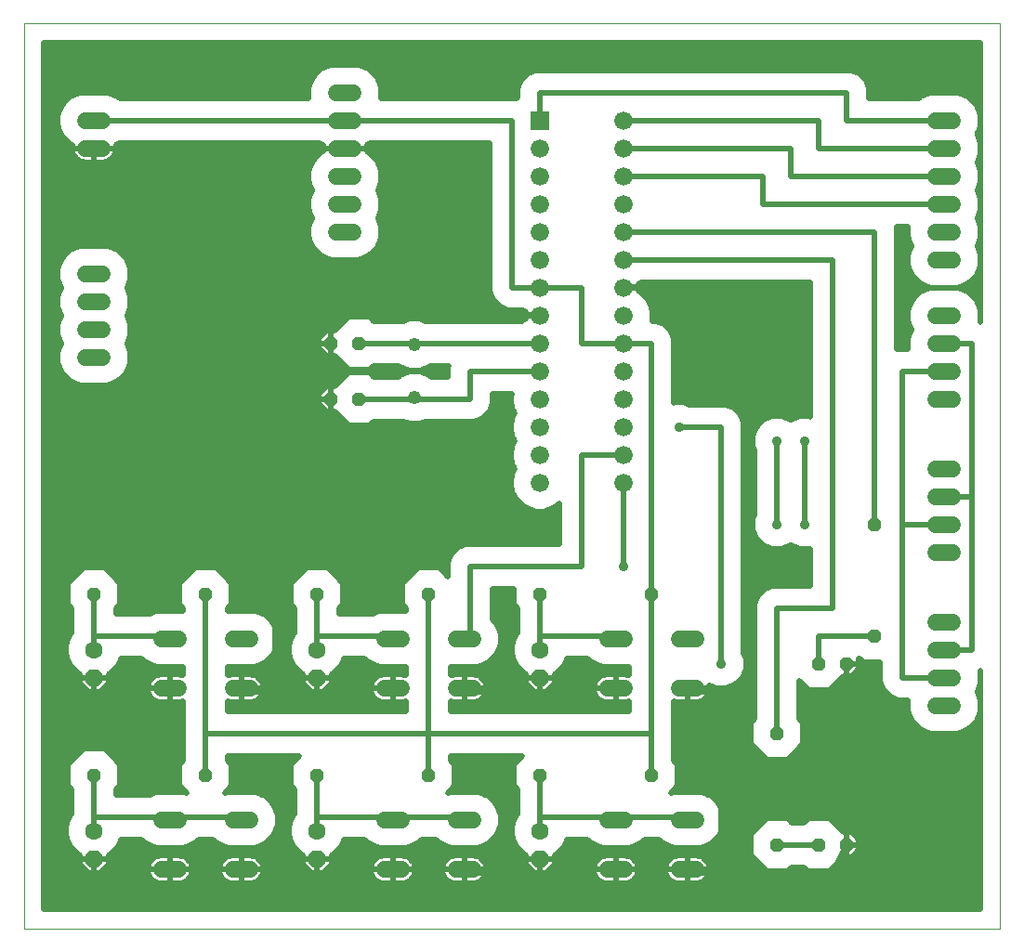
<source format=gtl>
G75*
%MOIN*%
%OFA0B0*%
%FSLAX25Y25*%
%IPPOS*%
%LPD*%
%AMOC8*
5,1,8,0,0,1.08239X$1,22.5*
%
%ADD10C,0.00000*%
%ADD11OC8,0.06300*%
%ADD12C,0.06300*%
%ADD13OC8,0.04800*%
%ADD14C,0.06000*%
%ADD15C,0.04800*%
%ADD16R,0.06600X0.06600*%
%ADD17C,0.06600*%
%ADD18C,0.02000*%
%ADD19C,0.03562*%
D10*
X0002000Y0002884D02*
X0002000Y0327884D01*
X0352000Y0327884D01*
X0352000Y0002884D01*
X0002000Y0002884D01*
D11*
X0027000Y0027884D03*
X0027000Y0092884D03*
X0107000Y0092884D03*
X0107000Y0027884D03*
X0187000Y0027884D03*
X0187000Y0092884D03*
D12*
X0187000Y0102884D03*
X0187000Y0037884D03*
X0107000Y0037884D03*
X0107000Y0102884D03*
X0027000Y0102884D03*
X0027000Y0037884D03*
D13*
X0027000Y0057884D03*
X0067000Y0057884D03*
X0107000Y0057884D03*
X0147000Y0057884D03*
X0187000Y0057884D03*
X0227000Y0057884D03*
X0272000Y0072884D03*
X0287000Y0097884D03*
X0297000Y0097884D03*
X0307000Y0107884D03*
X0307000Y0147884D03*
X0227000Y0122884D03*
X0187000Y0122884D03*
X0147000Y0122884D03*
X0107000Y0122884D03*
X0067000Y0122884D03*
X0027000Y0122884D03*
X0112000Y0192884D03*
X0122000Y0192884D03*
X0122000Y0212884D03*
X0112000Y0212884D03*
X0272000Y0032884D03*
X0287000Y0032884D03*
X0297000Y0032884D03*
D14*
X0242800Y0023984D02*
X0236800Y0023984D01*
X0236800Y0041784D02*
X0242800Y0041784D01*
X0217200Y0041784D02*
X0211200Y0041784D01*
X0211200Y0023984D02*
X0217200Y0023984D01*
X0162800Y0023984D02*
X0156800Y0023984D01*
X0156800Y0041784D02*
X0162800Y0041784D01*
X0137200Y0041784D02*
X0131200Y0041784D01*
X0131200Y0023984D02*
X0137200Y0023984D01*
X0082800Y0023984D02*
X0076800Y0023984D01*
X0076800Y0041784D02*
X0082800Y0041784D01*
X0057200Y0041784D02*
X0051200Y0041784D01*
X0051200Y0023984D02*
X0057200Y0023984D01*
X0057200Y0088984D02*
X0051200Y0088984D01*
X0051200Y0106784D02*
X0057200Y0106784D01*
X0076800Y0106784D02*
X0082800Y0106784D01*
X0082800Y0088984D02*
X0076800Y0088984D01*
X0131200Y0088984D02*
X0137200Y0088984D01*
X0137200Y0106784D02*
X0131200Y0106784D01*
X0156800Y0106784D02*
X0162800Y0106784D01*
X0162800Y0088984D02*
X0156800Y0088984D01*
X0211200Y0088984D02*
X0217200Y0088984D01*
X0236800Y0088984D02*
X0242800Y0088984D01*
X0242800Y0106784D02*
X0236800Y0106784D01*
X0217200Y0106784D02*
X0211200Y0106784D01*
X0329000Y0102884D02*
X0335000Y0102884D01*
X0335000Y0092884D02*
X0329000Y0092884D01*
X0329000Y0082884D02*
X0335000Y0082884D01*
X0335000Y0112884D02*
X0329000Y0112884D01*
X0329000Y0137884D02*
X0335000Y0137884D01*
X0335000Y0147884D02*
X0329000Y0147884D01*
X0329000Y0157884D02*
X0335000Y0157884D01*
X0335000Y0167884D02*
X0329000Y0167884D01*
X0329000Y0192884D02*
X0335000Y0192884D01*
X0335000Y0202884D02*
X0329000Y0202884D01*
X0329000Y0212884D02*
X0335000Y0212884D01*
X0335000Y0222884D02*
X0329000Y0222884D01*
X0329000Y0242884D02*
X0335000Y0242884D01*
X0335000Y0252884D02*
X0329000Y0252884D01*
X0329000Y0262884D02*
X0335000Y0262884D01*
X0335000Y0272884D02*
X0329000Y0272884D01*
X0329000Y0282884D02*
X0335000Y0282884D01*
X0335000Y0292884D02*
X0329000Y0292884D01*
X0120000Y0292884D02*
X0114000Y0292884D01*
X0114000Y0282884D02*
X0120000Y0282884D01*
X0120000Y0272884D02*
X0114000Y0272884D01*
X0114000Y0262884D02*
X0120000Y0262884D01*
X0120000Y0252884D02*
X0114000Y0252884D01*
X0114000Y0302884D02*
X0120000Y0302884D01*
X0030000Y0292884D02*
X0024000Y0292884D01*
X0024000Y0282884D02*
X0030000Y0282884D01*
X0030000Y0237884D02*
X0024000Y0237884D01*
X0024000Y0227884D02*
X0030000Y0227884D01*
X0030000Y0217884D02*
X0024000Y0217884D01*
X0024000Y0207884D02*
X0030000Y0207884D01*
D15*
X0142000Y0212384D03*
X0142000Y0193384D03*
D16*
X0187000Y0292884D03*
D17*
X0187000Y0282884D03*
X0187000Y0272884D03*
X0187000Y0262884D03*
X0187000Y0252884D03*
X0187000Y0242884D03*
X0187000Y0232884D03*
X0187000Y0222884D03*
X0187000Y0212884D03*
X0187000Y0202884D03*
X0187000Y0192884D03*
X0187000Y0182884D03*
X0187000Y0172884D03*
X0187000Y0162884D03*
X0217000Y0162884D03*
X0217000Y0172884D03*
X0217000Y0182884D03*
X0217000Y0192884D03*
X0217000Y0202884D03*
X0217000Y0212884D03*
X0217000Y0222884D03*
X0217000Y0232884D03*
X0217000Y0242884D03*
X0217000Y0252884D03*
X0217000Y0262884D03*
X0217000Y0272884D03*
X0217000Y0282884D03*
X0217000Y0292884D03*
D18*
X0287000Y0292884D01*
X0287000Y0282884D01*
X0332000Y0282884D01*
X0332000Y0272884D02*
X0277000Y0272884D01*
X0277000Y0282884D01*
X0217000Y0282884D01*
X0217000Y0272884D02*
X0267000Y0272884D01*
X0267000Y0262884D01*
X0332000Y0262884D01*
X0319005Y0254884D02*
X0319000Y0254873D01*
X0319000Y0250895D01*
X0320247Y0247884D01*
X0319000Y0244873D01*
X0319000Y0240895D01*
X0320522Y0237220D01*
X0323335Y0234407D01*
X0327011Y0232884D01*
X0323335Y0231362D01*
X0320522Y0228549D01*
X0319000Y0224873D01*
X0319000Y0220895D01*
X0320247Y0217884D01*
X0319000Y0214873D01*
X0319000Y0210895D01*
X0319005Y0210884D01*
X0315409Y0210884D01*
X0315000Y0210715D01*
X0315000Y0254476D01*
X0314831Y0254884D01*
X0319005Y0254884D01*
X0319000Y0254697D02*
X0314908Y0254697D01*
X0315000Y0252698D02*
X0319000Y0252698D01*
X0319081Y0250700D02*
X0315000Y0250700D01*
X0315000Y0248701D02*
X0319909Y0248701D01*
X0319758Y0246703D02*
X0315000Y0246703D01*
X0315000Y0244704D02*
X0319000Y0244704D01*
X0319000Y0242706D02*
X0315000Y0242706D01*
X0315000Y0240707D02*
X0319078Y0240707D01*
X0319906Y0238709D02*
X0315000Y0238709D01*
X0315000Y0236710D02*
X0321032Y0236710D01*
X0323031Y0234712D02*
X0315000Y0234712D01*
X0315000Y0232713D02*
X0326598Y0232713D01*
X0327011Y0232884D02*
X0336989Y0232884D01*
X0327011Y0232884D01*
X0322688Y0230715D02*
X0315000Y0230715D01*
X0315000Y0228716D02*
X0320690Y0228716D01*
X0319764Y0226718D02*
X0315000Y0226718D01*
X0315000Y0224719D02*
X0319000Y0224719D01*
X0319000Y0222721D02*
X0315000Y0222721D01*
X0315000Y0220722D02*
X0319072Y0220722D01*
X0319900Y0218724D02*
X0315000Y0218724D01*
X0315000Y0216725D02*
X0319767Y0216725D01*
X0319000Y0214727D02*
X0315000Y0214727D01*
X0315000Y0212728D02*
X0319000Y0212728D01*
X0315035Y0210730D02*
X0315000Y0210730D01*
X0317000Y0202884D02*
X0332000Y0202884D01*
X0332000Y0212884D02*
X0342000Y0212884D01*
X0342000Y0157884D01*
X0342000Y0102884D01*
X0332000Y0102884D01*
X0332000Y0092884D02*
X0317000Y0092884D01*
X0317000Y0147884D01*
X0332000Y0147884D01*
X0332000Y0157884D02*
X0342000Y0157884D01*
X0317000Y0147884D02*
X0317000Y0202884D01*
X0344790Y0220388D02*
X0345000Y0220895D01*
X0345000Y0224873D01*
X0343478Y0228549D01*
X0340665Y0231362D01*
X0336989Y0232884D01*
X0340665Y0234407D01*
X0343478Y0237220D01*
X0345000Y0240895D01*
X0345000Y0244873D01*
X0343753Y0247884D01*
X0345000Y0250895D01*
X0345000Y0254873D01*
X0343753Y0257884D01*
X0345000Y0260895D01*
X0345000Y0264873D01*
X0343753Y0267884D01*
X0345000Y0270895D01*
X0345000Y0274873D01*
X0343753Y0277884D01*
X0345000Y0280895D01*
X0345000Y0284873D01*
X0343753Y0287884D01*
X0345000Y0290895D01*
X0345000Y0294873D01*
X0343478Y0298549D01*
X0340665Y0301362D01*
X0336989Y0302884D01*
X0327011Y0302884D01*
X0323335Y0301362D01*
X0322858Y0300884D01*
X0305000Y0300884D01*
X0305000Y0304476D01*
X0303782Y0307416D01*
X0301532Y0309666D01*
X0298591Y0310884D01*
X0185409Y0310884D01*
X0182468Y0309666D01*
X0180218Y0307416D01*
X0179000Y0304476D01*
X0179000Y0301384D01*
X0178501Y0300884D01*
X0129995Y0300884D01*
X0130000Y0300895D01*
X0130000Y0304873D01*
X0128478Y0308549D01*
X0125665Y0311362D01*
X0121989Y0312884D01*
X0112011Y0312884D01*
X0108335Y0311362D01*
X0105522Y0308549D01*
X0104000Y0304873D01*
X0104000Y0300895D01*
X0104005Y0300884D01*
X0036142Y0300884D01*
X0035665Y0301362D01*
X0031989Y0302884D01*
X0022011Y0302884D01*
X0018335Y0301362D01*
X0015522Y0298549D01*
X0014000Y0294873D01*
X0014000Y0290895D01*
X0015522Y0287220D01*
X0018335Y0284407D01*
X0019130Y0284077D01*
X0019123Y0284055D01*
X0019000Y0283278D01*
X0019000Y0282884D01*
X0019000Y0282491D01*
X0019123Y0281714D01*
X0019366Y0280965D01*
X0019724Y0280264D01*
X0020186Y0279627D01*
X0020743Y0279071D01*
X0021379Y0278608D01*
X0022081Y0278251D01*
X0022829Y0278007D01*
X0023606Y0277884D01*
X0027000Y0277884D01*
X0030394Y0277884D01*
X0031171Y0278007D01*
X0031919Y0278251D01*
X0032621Y0278608D01*
X0033257Y0279071D01*
X0033814Y0279627D01*
X0034276Y0280264D01*
X0034634Y0280965D01*
X0034877Y0281714D01*
X0035000Y0282491D01*
X0035000Y0282884D01*
X0027000Y0282884D01*
X0027000Y0277884D01*
X0027000Y0282884D01*
X0027000Y0282884D01*
X0027000Y0282884D01*
X0019000Y0282884D01*
X0022011Y0282884D01*
X0027000Y0282884D01*
X0027000Y0282884D01*
X0092000Y0282884D01*
X0117000Y0282884D01*
X0117000Y0282884D01*
X0121989Y0282884D01*
X0121989Y0282884D01*
X0121989Y0282884D01*
X0117000Y0282884D01*
X0167000Y0282884D01*
X0167000Y0222884D01*
X0187000Y0222884D01*
X0112000Y0222884D01*
X0112000Y0212884D01*
X0112000Y0208484D01*
X0113106Y0208484D01*
X0118106Y0203484D01*
X0125894Y0203484D01*
X0127294Y0204884D01*
X0136206Y0204884D01*
X0136675Y0204415D01*
X0140130Y0202984D01*
X0143870Y0202984D01*
X0147325Y0204415D01*
X0147794Y0204884D01*
X0154169Y0204884D01*
X0154000Y0204476D01*
X0154000Y0200884D01*
X0147794Y0200884D01*
X0147325Y0201353D01*
X0143870Y0202784D01*
X0140130Y0202784D01*
X0136675Y0201353D01*
X0136206Y0200884D01*
X0127294Y0200884D01*
X0125894Y0202284D01*
X0118106Y0202284D01*
X0113106Y0197284D01*
X0112000Y0197284D01*
X0110177Y0197284D01*
X0107600Y0194707D01*
X0107600Y0192884D01*
X0107600Y0191062D01*
X0110177Y0188484D01*
X0112000Y0188484D01*
X0113106Y0188484D01*
X0118106Y0183484D01*
X0125894Y0183484D01*
X0127294Y0184884D01*
X0137957Y0184884D01*
X0140130Y0183984D01*
X0143870Y0183984D01*
X0146043Y0184884D01*
X0163591Y0184884D01*
X0166532Y0186102D01*
X0168782Y0188353D01*
X0170000Y0191293D01*
X0170000Y0194884D01*
X0176873Y0194884D01*
X0176700Y0194240D01*
X0176700Y0191528D01*
X0177402Y0188909D01*
X0177993Y0187884D01*
X0177402Y0186860D01*
X0176700Y0184240D01*
X0176700Y0181528D01*
X0177402Y0178909D01*
X0177993Y0177884D01*
X0177402Y0176860D01*
X0176700Y0174240D01*
X0176700Y0171528D01*
X0177402Y0168909D01*
X0177993Y0167884D01*
X0177402Y0166860D01*
X0176700Y0164240D01*
X0176700Y0161528D01*
X0177402Y0158909D01*
X0178758Y0156560D01*
X0180676Y0154642D01*
X0183024Y0153286D01*
X0185644Y0152584D01*
X0188356Y0152584D01*
X0190976Y0153286D01*
X0193324Y0154642D01*
X0194000Y0155318D01*
X0194000Y0140884D01*
X0160409Y0140884D01*
X0157468Y0139666D01*
X0155218Y0137416D01*
X0154000Y0134476D01*
X0154000Y0129178D01*
X0150894Y0132284D01*
X0143106Y0132284D01*
X0137600Y0126778D01*
X0137600Y0118991D01*
X0139000Y0117591D01*
X0139000Y0116784D01*
X0129211Y0116784D01*
X0127038Y0115884D01*
X0115000Y0115884D01*
X0115000Y0117591D01*
X0116400Y0118991D01*
X0116400Y0126778D01*
X0110894Y0132284D01*
X0103106Y0132284D01*
X0097600Y0126778D01*
X0097600Y0118991D01*
X0099000Y0117591D01*
X0099000Y0109239D01*
X0098878Y0109117D01*
X0097542Y0106802D01*
X0096850Y0104221D01*
X0096850Y0101548D01*
X0097542Y0098967D01*
X0098878Y0096652D01*
X0100768Y0094762D01*
X0101850Y0094138D01*
X0101850Y0092884D01*
X0101850Y0090751D01*
X0104867Y0087734D01*
X0107000Y0087734D01*
X0109133Y0087734D01*
X0112150Y0090751D01*
X0112150Y0092884D01*
X0108896Y0092884D01*
X0108896Y0092884D01*
X0112150Y0092884D01*
X0112150Y0094138D01*
X0113232Y0094762D01*
X0115122Y0096652D01*
X0116458Y0098967D01*
X0116704Y0099884D01*
X0123958Y0099884D01*
X0125535Y0098307D01*
X0129211Y0096784D01*
X0139000Y0096784D01*
X0139000Y0093657D01*
X0138371Y0093861D01*
X0137594Y0093984D01*
X0134200Y0093984D01*
X0134200Y0088984D01*
X0134200Y0083984D01*
X0137594Y0083984D01*
X0138371Y0084107D01*
X0139000Y0084312D01*
X0139000Y0080884D01*
X0075000Y0080884D01*
X0075000Y0084312D01*
X0075629Y0084107D01*
X0076406Y0083984D01*
X0079800Y0083984D01*
X0083194Y0083984D01*
X0083971Y0084107D01*
X0084719Y0084351D01*
X0085421Y0084708D01*
X0086057Y0085171D01*
X0086614Y0085727D01*
X0087076Y0086364D01*
X0087434Y0087065D01*
X0087677Y0087814D01*
X0087800Y0088591D01*
X0087800Y0088984D01*
X0079800Y0088984D01*
X0079800Y0083984D01*
X0079800Y0088984D01*
X0079800Y0088984D01*
X0079800Y0088984D01*
X0087800Y0088984D01*
X0087800Y0089378D01*
X0087677Y0090155D01*
X0087434Y0090904D01*
X0087076Y0091605D01*
X0086614Y0092242D01*
X0086057Y0092798D01*
X0085421Y0093261D01*
X0084719Y0093618D01*
X0083971Y0093861D01*
X0083194Y0093984D01*
X0079800Y0093984D01*
X0079800Y0088984D01*
X0079800Y0093984D01*
X0076406Y0093984D01*
X0075629Y0093861D01*
X0075000Y0093657D01*
X0075000Y0096784D01*
X0084789Y0096784D01*
X0088465Y0098307D01*
X0091278Y0101120D01*
X0092800Y0104795D01*
X0092800Y0108773D01*
X0091278Y0112449D01*
X0088465Y0115262D01*
X0084789Y0116784D01*
X0075000Y0116784D01*
X0075000Y0117591D01*
X0076400Y0118991D01*
X0076400Y0126778D01*
X0070894Y0132284D01*
X0063106Y0132284D01*
X0057600Y0126778D01*
X0057600Y0118991D01*
X0059000Y0117591D01*
X0059000Y0116784D01*
X0049211Y0116784D01*
X0047038Y0115884D01*
X0035000Y0115884D01*
X0035000Y0117591D01*
X0036400Y0118991D01*
X0036400Y0126778D01*
X0030894Y0132284D01*
X0023106Y0132284D01*
X0017600Y0126778D01*
X0017600Y0118991D01*
X0019000Y0117591D01*
X0019000Y0109239D01*
X0018878Y0109117D01*
X0017542Y0106802D01*
X0016850Y0104221D01*
X0016850Y0101548D01*
X0017542Y0098967D01*
X0018878Y0096652D01*
X0020768Y0094762D01*
X0021850Y0094138D01*
X0021850Y0092884D01*
X0021850Y0090751D01*
X0024867Y0087734D01*
X0027000Y0087734D01*
X0029133Y0087734D01*
X0032150Y0090751D01*
X0032150Y0092884D01*
X0028896Y0092884D01*
X0028896Y0092884D01*
X0032150Y0092884D01*
X0032150Y0094138D01*
X0033232Y0094762D01*
X0035122Y0096652D01*
X0036458Y0098967D01*
X0036704Y0099884D01*
X0043958Y0099884D01*
X0045535Y0098307D01*
X0049211Y0096784D01*
X0059000Y0096784D01*
X0059000Y0093657D01*
X0058371Y0093861D01*
X0057594Y0093984D01*
X0054200Y0093984D01*
X0054200Y0088984D01*
X0054200Y0083984D01*
X0057594Y0083984D01*
X0058371Y0084107D01*
X0059000Y0084312D01*
X0059000Y0063178D01*
X0057600Y0061778D01*
X0057600Y0053991D01*
X0060243Y0051348D01*
X0059189Y0051784D01*
X0049211Y0051784D01*
X0047038Y0050884D01*
X0035000Y0050884D01*
X0035000Y0052591D01*
X0036400Y0053991D01*
X0036400Y0061778D01*
X0030894Y0067284D01*
X0023106Y0067284D01*
X0017600Y0061778D01*
X0017600Y0053991D01*
X0019000Y0052591D01*
X0019000Y0044239D01*
X0018878Y0044117D01*
X0017542Y0041802D01*
X0016850Y0039221D01*
X0016850Y0036548D01*
X0017542Y0033967D01*
X0018878Y0031652D01*
X0020768Y0029762D01*
X0021850Y0029138D01*
X0021850Y0027884D01*
X0021850Y0025751D01*
X0024867Y0022734D01*
X0027000Y0022734D01*
X0029133Y0022734D01*
X0032150Y0025751D01*
X0032150Y0027884D01*
X0028896Y0027884D01*
X0028896Y0027884D01*
X0032150Y0027884D01*
X0032150Y0029138D01*
X0033232Y0029762D01*
X0035122Y0031652D01*
X0036458Y0033967D01*
X0036704Y0034884D01*
X0043958Y0034884D01*
X0045535Y0033307D01*
X0049211Y0031784D01*
X0059189Y0031784D01*
X0062865Y0033307D01*
X0064442Y0034884D01*
X0069558Y0034884D01*
X0071135Y0033307D01*
X0074811Y0031784D01*
X0084789Y0031784D01*
X0088465Y0033307D01*
X0091278Y0036120D01*
X0092800Y0039795D01*
X0092800Y0043773D01*
X0091278Y0047449D01*
X0088465Y0050262D01*
X0084789Y0051784D01*
X0074811Y0051784D01*
X0073757Y0051348D01*
X0076400Y0053991D01*
X0076400Y0061778D01*
X0075000Y0063178D01*
X0075000Y0064884D01*
X0100706Y0064884D01*
X0097600Y0061778D01*
X0097600Y0053991D01*
X0099000Y0052591D01*
X0099000Y0044239D01*
X0098878Y0044117D01*
X0097542Y0041802D01*
X0096850Y0039221D01*
X0096850Y0036548D01*
X0097542Y0033967D01*
X0098878Y0031652D01*
X0100768Y0029762D01*
X0101850Y0029138D01*
X0101850Y0027884D01*
X0101850Y0025751D01*
X0104867Y0022734D01*
X0107000Y0022734D01*
X0109133Y0022734D01*
X0112150Y0025751D01*
X0112150Y0027884D01*
X0108896Y0027884D01*
X0108896Y0027884D01*
X0112150Y0027884D01*
X0112150Y0029138D01*
X0113232Y0029762D01*
X0115122Y0031652D01*
X0116458Y0033967D01*
X0116704Y0034884D01*
X0123958Y0034884D01*
X0125535Y0033307D01*
X0129211Y0031784D01*
X0139189Y0031784D01*
X0142865Y0033307D01*
X0144442Y0034884D01*
X0149558Y0034884D01*
X0151135Y0033307D01*
X0154811Y0031784D01*
X0164789Y0031784D01*
X0168465Y0033307D01*
X0171278Y0036120D01*
X0172800Y0039795D01*
X0172800Y0043773D01*
X0171278Y0047449D01*
X0168465Y0050262D01*
X0164789Y0051784D01*
X0154811Y0051784D01*
X0153757Y0051348D01*
X0156400Y0053991D01*
X0156400Y0061778D01*
X0155000Y0063178D01*
X0155000Y0064884D01*
X0180706Y0064884D01*
X0177600Y0061778D01*
X0177600Y0053991D01*
X0179000Y0052591D01*
X0179000Y0044239D01*
X0178878Y0044117D01*
X0177542Y0041802D01*
X0176850Y0039221D01*
X0176850Y0036548D01*
X0177542Y0033967D01*
X0178878Y0031652D01*
X0180768Y0029762D01*
X0181850Y0029138D01*
X0181850Y0027884D01*
X0181850Y0025751D01*
X0184867Y0022734D01*
X0187000Y0022734D01*
X0189133Y0022734D01*
X0192150Y0025751D01*
X0192150Y0027884D01*
X0188896Y0027884D01*
X0188896Y0027884D01*
X0192150Y0027884D01*
X0192150Y0029138D01*
X0193232Y0029762D01*
X0195122Y0031652D01*
X0196458Y0033967D01*
X0196704Y0034884D01*
X0203958Y0034884D01*
X0205535Y0033307D01*
X0209211Y0031784D01*
X0219189Y0031784D01*
X0222865Y0033307D01*
X0224442Y0034884D01*
X0229558Y0034884D01*
X0231135Y0033307D01*
X0234811Y0031784D01*
X0244789Y0031784D01*
X0248465Y0033307D01*
X0251278Y0036120D01*
X0252800Y0039795D01*
X0252800Y0043773D01*
X0251278Y0047449D01*
X0248465Y0050262D01*
X0244789Y0051784D01*
X0234811Y0051784D01*
X0233757Y0051348D01*
X0236400Y0053991D01*
X0236400Y0061778D01*
X0235000Y0063178D01*
X0235000Y0084312D01*
X0235629Y0084107D01*
X0236406Y0083984D01*
X0239800Y0083984D01*
X0243194Y0083984D01*
X0243971Y0084107D01*
X0244719Y0084351D01*
X0245421Y0084708D01*
X0246057Y0085171D01*
X0246614Y0085727D01*
X0247076Y0086364D01*
X0247434Y0087065D01*
X0247677Y0087814D01*
X0247800Y0088591D01*
X0247800Y0088984D01*
X0239800Y0088984D01*
X0239800Y0083984D01*
X0239800Y0088984D01*
X0239800Y0088984D01*
X0239800Y0088984D01*
X0247800Y0088984D01*
X0247800Y0089378D01*
X0247677Y0090155D01*
X0247671Y0090173D01*
X0250253Y0089103D01*
X0253747Y0089103D01*
X0256974Y0090440D01*
X0259444Y0092910D01*
X0260781Y0096138D01*
X0260781Y0099631D01*
X0260000Y0101517D01*
X0260000Y0184476D01*
X0258782Y0187416D01*
X0256532Y0189666D01*
X0253591Y0190884D01*
X0240632Y0190884D01*
X0238747Y0191665D01*
X0235253Y0191665D01*
X0235000Y0191561D01*
X0235000Y0214476D01*
X0233782Y0217416D01*
X0231532Y0219666D01*
X0228591Y0220884D01*
X0227127Y0220884D01*
X0227300Y0221528D01*
X0227300Y0224240D01*
X0226598Y0226860D01*
X0225242Y0229209D01*
X0223324Y0231126D01*
X0222191Y0231781D01*
X0222300Y0232467D01*
X0222300Y0232784D01*
X0219849Y0232784D01*
X0219476Y0232884D01*
X0219849Y0232984D01*
X0222300Y0232984D01*
X0222300Y0233301D01*
X0222191Y0233988D01*
X0223324Y0234642D01*
X0223566Y0234884D01*
X0284000Y0234884D01*
X0284000Y0186561D01*
X0283747Y0186665D01*
X0280253Y0186665D01*
X0277026Y0185329D01*
X0277000Y0185303D01*
X0276974Y0185329D01*
X0273747Y0186665D01*
X0270253Y0186665D01*
X0267026Y0185329D01*
X0264556Y0182858D01*
X0263219Y0179631D01*
X0263219Y0176138D01*
X0264000Y0174252D01*
X0264000Y0151517D01*
X0263219Y0149631D01*
X0263219Y0146138D01*
X0264556Y0142910D01*
X0267026Y0140440D01*
X0270253Y0139103D01*
X0273747Y0139103D01*
X0276974Y0140440D01*
X0277000Y0140466D01*
X0277026Y0140440D01*
X0280253Y0139103D01*
X0283747Y0139103D01*
X0284000Y0139208D01*
X0284000Y0125884D01*
X0270409Y0125884D01*
X0267468Y0124666D01*
X0265218Y0122416D01*
X0264000Y0119476D01*
X0264000Y0078178D01*
X0262600Y0076778D01*
X0262600Y0068991D01*
X0268106Y0063484D01*
X0275894Y0063484D01*
X0281400Y0068991D01*
X0281400Y0076778D01*
X0280000Y0078178D01*
X0280000Y0091591D01*
X0283106Y0088484D01*
X0290894Y0088484D01*
X0295894Y0093484D01*
X0297000Y0093484D01*
X0298823Y0093484D01*
X0301400Y0096062D01*
X0301400Y0097884D01*
X0297000Y0097884D01*
X0297000Y0093484D01*
X0297000Y0097884D01*
X0297000Y0097884D01*
X0297000Y0097884D01*
X0297000Y0032884D01*
X0297000Y0028484D01*
X0298823Y0028484D01*
X0301400Y0031062D01*
X0301400Y0032884D01*
X0297000Y0032884D01*
X0297000Y0032884D01*
X0297000Y0028484D01*
X0295894Y0028484D01*
X0290894Y0023484D01*
X0283106Y0023484D01*
X0281706Y0024884D01*
X0277294Y0024884D01*
X0275894Y0023484D01*
X0268106Y0023484D01*
X0262600Y0028991D01*
X0262600Y0036778D01*
X0268106Y0042284D01*
X0275894Y0042284D01*
X0277294Y0040884D01*
X0281706Y0040884D01*
X0283106Y0042284D01*
X0290894Y0042284D01*
X0295894Y0037284D01*
X0297000Y0037284D01*
X0298823Y0037284D01*
X0301400Y0034707D01*
X0301400Y0032884D01*
X0297000Y0032884D01*
X0297000Y0032884D01*
X0292000Y0022884D01*
X0252000Y0022884D01*
X0252000Y0087884D01*
X0237000Y0087884D01*
X0239800Y0088820D02*
X0239800Y0088820D01*
X0239800Y0086822D02*
X0239800Y0086822D01*
X0239800Y0084823D02*
X0239800Y0084823D01*
X0235000Y0082825D02*
X0264000Y0082825D01*
X0264000Y0084823D02*
X0245579Y0084823D01*
X0247310Y0086822D02*
X0264000Y0086822D01*
X0264000Y0088820D02*
X0247800Y0088820D01*
X0257353Y0090819D02*
X0264000Y0090819D01*
X0264000Y0092817D02*
X0259351Y0092817D01*
X0260234Y0094816D02*
X0264000Y0094816D01*
X0264000Y0096814D02*
X0260781Y0096814D01*
X0260781Y0098813D02*
X0264000Y0098813D01*
X0264000Y0100811D02*
X0260292Y0100811D01*
X0260000Y0102810D02*
X0264000Y0102810D01*
X0264000Y0104808D02*
X0260000Y0104808D01*
X0260000Y0106807D02*
X0264000Y0106807D01*
X0264000Y0108805D02*
X0260000Y0108805D01*
X0260000Y0110804D02*
X0264000Y0110804D01*
X0264000Y0112802D02*
X0260000Y0112802D01*
X0260000Y0114801D02*
X0264000Y0114801D01*
X0264000Y0116800D02*
X0260000Y0116800D01*
X0260000Y0118798D02*
X0264000Y0118798D01*
X0264547Y0120797D02*
X0260000Y0120797D01*
X0260000Y0122795D02*
X0265597Y0122795D01*
X0267775Y0124794D02*
X0260000Y0124794D01*
X0260000Y0126792D02*
X0284000Y0126792D01*
X0284000Y0128791D02*
X0260000Y0128791D01*
X0260000Y0130789D02*
X0284000Y0130789D01*
X0284000Y0132788D02*
X0260000Y0132788D01*
X0260000Y0134786D02*
X0284000Y0134786D01*
X0284000Y0136785D02*
X0260000Y0136785D01*
X0260000Y0138783D02*
X0284000Y0138783D01*
X0282000Y0147884D02*
X0282000Y0177884D01*
X0284000Y0186747D02*
X0259059Y0186747D01*
X0259887Y0184749D02*
X0266446Y0184749D01*
X0264511Y0182750D02*
X0260000Y0182750D01*
X0260000Y0180752D02*
X0263683Y0180752D01*
X0263219Y0178753D02*
X0260000Y0178753D01*
X0260000Y0176755D02*
X0263219Y0176755D01*
X0263791Y0174756D02*
X0260000Y0174756D01*
X0260000Y0172758D02*
X0264000Y0172758D01*
X0264000Y0170759D02*
X0260000Y0170759D01*
X0260000Y0168761D02*
X0264000Y0168761D01*
X0264000Y0166762D02*
X0260000Y0166762D01*
X0260000Y0164764D02*
X0264000Y0164764D01*
X0264000Y0162765D02*
X0260000Y0162765D01*
X0260000Y0160767D02*
X0264000Y0160767D01*
X0264000Y0158768D02*
X0260000Y0158768D01*
X0260000Y0156770D02*
X0264000Y0156770D01*
X0264000Y0154771D02*
X0260000Y0154771D01*
X0260000Y0152773D02*
X0264000Y0152773D01*
X0263692Y0150774D02*
X0260000Y0150774D01*
X0260000Y0148776D02*
X0263219Y0148776D01*
X0263219Y0146777D02*
X0260000Y0146777D01*
X0260000Y0144779D02*
X0263782Y0144779D01*
X0264686Y0142780D02*
X0260000Y0142780D01*
X0260000Y0140782D02*
X0266684Y0140782D01*
X0272000Y0147884D02*
X0272000Y0177884D01*
X0284000Y0188746D02*
X0257452Y0188746D01*
X0253929Y0190744D02*
X0284000Y0190744D01*
X0284000Y0192743D02*
X0235000Y0192743D01*
X0235000Y0194741D02*
X0284000Y0194741D01*
X0284000Y0196740D02*
X0235000Y0196740D01*
X0235000Y0198738D02*
X0284000Y0198738D01*
X0284000Y0200737D02*
X0235000Y0200737D01*
X0235000Y0202735D02*
X0284000Y0202735D01*
X0284000Y0204734D02*
X0235000Y0204734D01*
X0235000Y0206733D02*
X0284000Y0206733D01*
X0284000Y0208731D02*
X0235000Y0208731D01*
X0235000Y0210730D02*
X0284000Y0210730D01*
X0284000Y0212728D02*
X0235000Y0212728D01*
X0234896Y0214727D02*
X0284000Y0214727D01*
X0284000Y0216725D02*
X0234068Y0216725D01*
X0232474Y0218724D02*
X0284000Y0218724D01*
X0284000Y0220722D02*
X0228983Y0220722D01*
X0227300Y0222721D02*
X0284000Y0222721D01*
X0284000Y0224719D02*
X0227172Y0224719D01*
X0226636Y0226718D02*
X0284000Y0226718D01*
X0284000Y0228716D02*
X0225526Y0228716D01*
X0223736Y0230715D02*
X0284000Y0230715D01*
X0284000Y0232713D02*
X0222300Y0232713D01*
X0223394Y0234712D02*
X0284000Y0234712D01*
X0292000Y0242884D02*
X0217000Y0242884D01*
X0217000Y0252884D02*
X0307000Y0252884D01*
X0307000Y0147884D01*
X0292000Y0117884D02*
X0292000Y0242884D01*
X0337402Y0232713D02*
X0345000Y0232713D01*
X0345000Y0230715D02*
X0341312Y0230715D01*
X0343310Y0228716D02*
X0345000Y0228716D01*
X0345000Y0226718D02*
X0344236Y0226718D01*
X0345000Y0224719D02*
X0345000Y0224719D01*
X0345000Y0222721D02*
X0345000Y0222721D01*
X0345000Y0220722D02*
X0344928Y0220722D01*
X0344790Y0220388D02*
X0345000Y0220301D01*
X0345000Y0320884D01*
X0009000Y0320884D01*
X0009000Y0009884D01*
X0345000Y0009884D01*
X0345000Y0095468D01*
X0344790Y0095381D01*
X0345000Y0094873D01*
X0345000Y0090895D01*
X0343753Y0087884D01*
X0345000Y0084873D01*
X0345000Y0080895D01*
X0343478Y0077220D01*
X0340665Y0074407D01*
X0336989Y0072884D01*
X0327011Y0072884D01*
X0323335Y0074407D01*
X0320522Y0077220D01*
X0319000Y0080895D01*
X0319000Y0084873D01*
X0319005Y0084884D01*
X0315409Y0084884D01*
X0312468Y0086102D01*
X0310218Y0088353D01*
X0309000Y0091293D01*
X0309000Y0098484D01*
X0303106Y0098484D01*
X0301706Y0099884D01*
X0301223Y0099884D01*
X0301400Y0099707D01*
X0301400Y0097884D01*
X0297000Y0097884D01*
X0297000Y0096814D02*
X0297000Y0096814D01*
X0297000Y0094816D02*
X0297000Y0094816D01*
X0295227Y0092817D02*
X0309000Y0092817D01*
X0309000Y0094816D02*
X0300154Y0094816D01*
X0301400Y0096814D02*
X0309000Y0096814D01*
X0309196Y0090819D02*
X0293228Y0090819D01*
X0291230Y0088820D02*
X0310024Y0088820D01*
X0311749Y0086822D02*
X0280000Y0086822D01*
X0280000Y0088820D02*
X0282770Y0088820D01*
X0280772Y0090819D02*
X0280000Y0090819D01*
X0280000Y0084823D02*
X0319000Y0084823D01*
X0319000Y0082825D02*
X0280000Y0082825D01*
X0280000Y0080826D02*
X0319029Y0080826D01*
X0319856Y0078828D02*
X0280000Y0078828D01*
X0281349Y0076829D02*
X0320913Y0076829D01*
X0322911Y0074831D02*
X0281400Y0074831D01*
X0281400Y0072832D02*
X0345000Y0072832D01*
X0345000Y0070834D02*
X0281400Y0070834D01*
X0281244Y0068835D02*
X0345000Y0068835D01*
X0345000Y0066837D02*
X0279246Y0066837D01*
X0277247Y0064838D02*
X0345000Y0064838D01*
X0345000Y0062840D02*
X0235338Y0062840D01*
X0235000Y0064838D02*
X0266753Y0064838D01*
X0264754Y0066837D02*
X0235000Y0066837D01*
X0235000Y0068835D02*
X0262756Y0068835D01*
X0262600Y0070834D02*
X0235000Y0070834D01*
X0235000Y0072832D02*
X0262600Y0072832D01*
X0262600Y0074831D02*
X0235000Y0074831D01*
X0235000Y0076829D02*
X0262651Y0076829D01*
X0264000Y0078828D02*
X0235000Y0078828D01*
X0235000Y0080826D02*
X0264000Y0080826D01*
X0272000Y0072884D02*
X0272000Y0117884D01*
X0292000Y0117884D01*
X0287000Y0107884D02*
X0287000Y0097884D01*
X0287000Y0107884D02*
X0307000Y0107884D01*
X0302778Y0098813D02*
X0301400Y0098813D01*
X0341089Y0074831D02*
X0345000Y0074831D01*
X0345000Y0076829D02*
X0343087Y0076829D01*
X0344144Y0078828D02*
X0345000Y0078828D01*
X0344971Y0080826D02*
X0345000Y0080826D01*
X0345000Y0082825D02*
X0345000Y0082825D01*
X0345000Y0084823D02*
X0345000Y0084823D01*
X0345000Y0086822D02*
X0344193Y0086822D01*
X0344141Y0088820D02*
X0345000Y0088820D01*
X0344968Y0090819D02*
X0345000Y0090819D01*
X0345000Y0092817D02*
X0345000Y0092817D01*
X0345000Y0094816D02*
X0345000Y0094816D01*
X0345000Y0060841D02*
X0236400Y0060841D01*
X0236400Y0058843D02*
X0345000Y0058843D01*
X0345000Y0056844D02*
X0236400Y0056844D01*
X0236400Y0054846D02*
X0345000Y0054846D01*
X0345000Y0052847D02*
X0235256Y0052847D01*
X0227000Y0057884D02*
X0227000Y0072884D01*
X0147000Y0072884D01*
X0147000Y0057884D01*
X0155256Y0052847D02*
X0178744Y0052847D01*
X0179000Y0050849D02*
X0167048Y0050849D01*
X0169876Y0048850D02*
X0179000Y0048850D01*
X0179000Y0046852D02*
X0171525Y0046852D01*
X0172353Y0044853D02*
X0179000Y0044853D01*
X0178149Y0042855D02*
X0172800Y0042855D01*
X0172800Y0040856D02*
X0177288Y0040856D01*
X0176850Y0038858D02*
X0172412Y0038858D01*
X0171584Y0036859D02*
X0176850Y0036859D01*
X0177302Y0034861D02*
X0170018Y0034861D01*
X0167391Y0032862D02*
X0178179Y0032862D01*
X0179667Y0030864D02*
X0114333Y0030864D01*
X0115821Y0032862D02*
X0126609Y0032862D01*
X0123982Y0034861D02*
X0116698Y0034861D01*
X0112150Y0028865D02*
X0130053Y0028865D01*
X0130029Y0028861D02*
X0129281Y0028618D01*
X0128579Y0028261D01*
X0127943Y0027798D01*
X0127386Y0027242D01*
X0126924Y0026605D01*
X0126566Y0025904D01*
X0126323Y0025155D01*
X0126200Y0024378D01*
X0126200Y0023984D01*
X0126200Y0023591D01*
X0126323Y0022814D01*
X0126566Y0022065D01*
X0126924Y0021364D01*
X0127386Y0020727D01*
X0127943Y0020171D01*
X0128579Y0019708D01*
X0129281Y0019351D01*
X0130029Y0019107D01*
X0130806Y0018984D01*
X0134200Y0018984D01*
X0137594Y0018984D01*
X0138371Y0019107D01*
X0139119Y0019351D01*
X0139821Y0019708D01*
X0140457Y0020171D01*
X0141014Y0020727D01*
X0141476Y0021364D01*
X0141834Y0022065D01*
X0142077Y0022814D01*
X0142200Y0023591D01*
X0142200Y0023984D01*
X0134200Y0023984D01*
X0134200Y0018984D01*
X0134200Y0023984D01*
X0134200Y0023984D01*
X0126200Y0023984D01*
X0134200Y0023984D01*
X0134200Y0023984D01*
X0134200Y0023984D01*
X0142200Y0023984D01*
X0142200Y0024378D01*
X0142077Y0025155D01*
X0141834Y0025904D01*
X0141476Y0026605D01*
X0141014Y0027242D01*
X0140457Y0027798D01*
X0139821Y0028261D01*
X0139119Y0028618D01*
X0138371Y0028861D01*
X0137594Y0028984D01*
X0134200Y0028984D01*
X0134200Y0023984D01*
X0134200Y0028984D01*
X0130806Y0028984D01*
X0130029Y0028861D01*
X0127114Y0026866D02*
X0112150Y0026866D01*
X0111267Y0024868D02*
X0126278Y0024868D01*
X0126314Y0022869D02*
X0109268Y0022869D01*
X0107000Y0022869D02*
X0107000Y0022869D01*
X0107000Y0022884D02*
X0107000Y0027884D01*
X0107000Y0027734D02*
X0107000Y0022734D01*
X0107000Y0027734D01*
X0107000Y0027734D01*
X0107000Y0026866D02*
X0107000Y0026866D01*
X0107000Y0024868D02*
X0107000Y0024868D01*
X0104732Y0022869D02*
X0087686Y0022869D01*
X0087677Y0022814D02*
X0087800Y0023591D01*
X0087800Y0023984D01*
X0079800Y0023984D01*
X0079800Y0018984D01*
X0083194Y0018984D01*
X0083971Y0019107D01*
X0084719Y0019351D01*
X0085421Y0019708D01*
X0086057Y0020171D01*
X0086614Y0020727D01*
X0087076Y0021364D01*
X0087434Y0022065D01*
X0087677Y0022814D01*
X0087800Y0023984D02*
X0087800Y0024378D01*
X0087677Y0025155D01*
X0087434Y0025904D01*
X0087076Y0026605D01*
X0086614Y0027242D01*
X0086057Y0027798D01*
X0085421Y0028261D01*
X0084719Y0028618D01*
X0083971Y0028861D01*
X0083194Y0028984D01*
X0079800Y0028984D01*
X0079800Y0023984D01*
X0079800Y0023984D01*
X0079800Y0018984D01*
X0076406Y0018984D01*
X0075629Y0019107D01*
X0074881Y0019351D01*
X0074179Y0019708D01*
X0073543Y0020171D01*
X0072986Y0020727D01*
X0072524Y0021364D01*
X0072166Y0022065D01*
X0071923Y0022814D01*
X0071800Y0023591D01*
X0071800Y0023984D01*
X0079800Y0023984D01*
X0079800Y0023984D01*
X0079800Y0023984D01*
X0071800Y0023984D01*
X0071800Y0024378D01*
X0071923Y0025155D01*
X0072166Y0025904D01*
X0072524Y0026605D01*
X0072986Y0027242D01*
X0073543Y0027798D01*
X0074179Y0028261D01*
X0074881Y0028618D01*
X0075629Y0028861D01*
X0076406Y0028984D01*
X0079800Y0028984D01*
X0079800Y0023984D01*
X0087800Y0023984D01*
X0087722Y0024868D02*
X0102733Y0024868D01*
X0101850Y0026866D02*
X0086886Y0026866D01*
X0083947Y0028865D02*
X0101850Y0028865D01*
X0101850Y0027884D02*
X0105104Y0027884D01*
X0101850Y0027884D01*
X0105104Y0027884D02*
X0105104Y0027884D01*
X0099667Y0030864D02*
X0034333Y0030864D01*
X0035821Y0032862D02*
X0046609Y0032862D01*
X0043982Y0034861D02*
X0036698Y0034861D01*
X0032150Y0028865D02*
X0050053Y0028865D01*
X0050029Y0028861D02*
X0049281Y0028618D01*
X0048579Y0028261D01*
X0047943Y0027798D01*
X0047386Y0027242D01*
X0046924Y0026605D01*
X0046566Y0025904D01*
X0046323Y0025155D01*
X0046200Y0024378D01*
X0046200Y0023984D01*
X0046200Y0023591D01*
X0046323Y0022814D01*
X0046566Y0022065D01*
X0046924Y0021364D01*
X0047386Y0020727D01*
X0047943Y0020171D01*
X0048579Y0019708D01*
X0049281Y0019351D01*
X0050029Y0019107D01*
X0050806Y0018984D01*
X0054200Y0018984D01*
X0057594Y0018984D01*
X0058371Y0019107D01*
X0059119Y0019351D01*
X0059821Y0019708D01*
X0060457Y0020171D01*
X0061014Y0020727D01*
X0061476Y0021364D01*
X0061834Y0022065D01*
X0062077Y0022814D01*
X0062200Y0023591D01*
X0062200Y0023984D01*
X0054200Y0023984D01*
X0054200Y0018984D01*
X0054200Y0023984D01*
X0054200Y0023984D01*
X0046200Y0023984D01*
X0054200Y0023984D01*
X0054200Y0023984D01*
X0054200Y0023984D01*
X0062200Y0023984D01*
X0062200Y0024378D01*
X0062077Y0025155D01*
X0061834Y0025904D01*
X0061476Y0026605D01*
X0061014Y0027242D01*
X0060457Y0027798D01*
X0059821Y0028261D01*
X0059119Y0028618D01*
X0058371Y0028861D01*
X0057594Y0028984D01*
X0054200Y0028984D01*
X0054200Y0023984D01*
X0054200Y0028984D01*
X0050806Y0028984D01*
X0050029Y0028861D01*
X0047114Y0026866D02*
X0032150Y0026866D01*
X0031267Y0024868D02*
X0046278Y0024868D01*
X0046314Y0022869D02*
X0029268Y0022869D01*
X0027000Y0022869D02*
X0027000Y0022869D01*
X0027000Y0022884D02*
X0027000Y0027884D01*
X0027000Y0027734D02*
X0027000Y0022734D01*
X0027000Y0027734D01*
X0027000Y0027734D01*
X0027000Y0026866D02*
X0027000Y0026866D01*
X0027000Y0024868D02*
X0027000Y0024868D01*
X0024732Y0022869D02*
X0009000Y0022869D01*
X0009000Y0020871D02*
X0047282Y0020871D01*
X0054200Y0020871D02*
X0054200Y0020871D01*
X0054200Y0022869D02*
X0054200Y0022869D01*
X0054200Y0023984D02*
X0054200Y0023984D01*
X0054200Y0024868D02*
X0054200Y0024868D01*
X0054200Y0026866D02*
X0054200Y0026866D01*
X0054200Y0028865D02*
X0054200Y0028865D01*
X0058347Y0028865D02*
X0075653Y0028865D01*
X0072714Y0026866D02*
X0061286Y0026866D01*
X0062122Y0024868D02*
X0071878Y0024868D01*
X0071914Y0022869D02*
X0062086Y0022869D01*
X0061118Y0020871D02*
X0072882Y0020871D01*
X0079800Y0020871D02*
X0079800Y0020871D01*
X0079800Y0022869D02*
X0079800Y0022869D01*
X0079800Y0023984D02*
X0079800Y0023984D01*
X0079800Y0024868D02*
X0079800Y0024868D01*
X0079800Y0026866D02*
X0079800Y0026866D01*
X0079800Y0028865D02*
X0079800Y0028865D01*
X0087391Y0032862D02*
X0098179Y0032862D01*
X0097302Y0034861D02*
X0090018Y0034861D01*
X0091584Y0036859D02*
X0096850Y0036859D01*
X0096850Y0038858D02*
X0092412Y0038858D01*
X0092800Y0040856D02*
X0097288Y0040856D01*
X0098149Y0042855D02*
X0092800Y0042855D01*
X0092353Y0044853D02*
X0099000Y0044853D01*
X0099000Y0046852D02*
X0091525Y0046852D01*
X0089876Y0048850D02*
X0099000Y0048850D01*
X0099000Y0050849D02*
X0087048Y0050849D01*
X0082000Y0042884D02*
X0027000Y0042884D01*
X0027000Y0037884D01*
X0027000Y0057884D01*
X0020660Y0064838D02*
X0009000Y0064838D01*
X0009000Y0062840D02*
X0018662Y0062840D01*
X0017600Y0060841D02*
X0009000Y0060841D01*
X0009000Y0058843D02*
X0017600Y0058843D01*
X0017600Y0056844D02*
X0009000Y0056844D01*
X0009000Y0054846D02*
X0017600Y0054846D01*
X0018744Y0052847D02*
X0009000Y0052847D01*
X0009000Y0050849D02*
X0019000Y0050849D01*
X0019000Y0048850D02*
X0009000Y0048850D01*
X0009000Y0046852D02*
X0019000Y0046852D01*
X0019000Y0044853D02*
X0009000Y0044853D01*
X0009000Y0042855D02*
X0018149Y0042855D01*
X0017288Y0040856D02*
X0009000Y0040856D01*
X0009000Y0038858D02*
X0016850Y0038858D01*
X0016850Y0036859D02*
X0009000Y0036859D01*
X0009000Y0034861D02*
X0017302Y0034861D01*
X0018179Y0032862D02*
X0009000Y0032862D01*
X0009000Y0030864D02*
X0019667Y0030864D01*
X0021850Y0028865D02*
X0009000Y0028865D01*
X0009000Y0026866D02*
X0021850Y0026866D01*
X0021850Y0027884D02*
X0025104Y0027884D01*
X0025104Y0027884D01*
X0021850Y0027884D01*
X0022733Y0024868D02*
X0009000Y0024868D01*
X0009000Y0018872D02*
X0345000Y0018872D01*
X0345000Y0016874D02*
X0009000Y0016874D01*
X0009000Y0014875D02*
X0345000Y0014875D01*
X0345000Y0012877D02*
X0009000Y0012877D01*
X0009000Y0010878D02*
X0345000Y0010878D01*
X0345000Y0020871D02*
X0246718Y0020871D01*
X0246614Y0020727D02*
X0247076Y0021364D01*
X0247434Y0022065D01*
X0247677Y0022814D01*
X0247800Y0023591D01*
X0247800Y0023984D01*
X0239800Y0023984D01*
X0239800Y0018984D01*
X0243194Y0018984D01*
X0243971Y0019107D01*
X0244719Y0019351D01*
X0245421Y0019708D01*
X0246057Y0020171D01*
X0246614Y0020727D01*
X0247686Y0022869D02*
X0345000Y0022869D01*
X0345000Y0024868D02*
X0292277Y0024868D01*
X0294276Y0026866D02*
X0345000Y0026866D01*
X0345000Y0028865D02*
X0299203Y0028865D01*
X0297000Y0028865D02*
X0297000Y0028865D01*
X0297000Y0030864D02*
X0297000Y0030864D01*
X0297000Y0032862D02*
X0297000Y0032862D01*
X0297000Y0032884D02*
X0297000Y0037284D01*
X0297000Y0032884D01*
X0297000Y0032884D01*
X0297000Y0034861D02*
X0297000Y0034861D01*
X0297000Y0036859D02*
X0297000Y0036859D01*
X0299248Y0036859D02*
X0345000Y0036859D01*
X0345000Y0034861D02*
X0301246Y0034861D01*
X0301400Y0032862D02*
X0345000Y0032862D01*
X0345000Y0030864D02*
X0301202Y0030864D01*
X0294320Y0038858D02*
X0345000Y0038858D01*
X0345000Y0040856D02*
X0292322Y0040856D01*
X0287000Y0032884D02*
X0272000Y0032884D01*
X0262600Y0032862D02*
X0247391Y0032862D01*
X0250018Y0034861D02*
X0262600Y0034861D01*
X0262681Y0036859D02*
X0251584Y0036859D01*
X0252412Y0038858D02*
X0264680Y0038858D01*
X0266678Y0040856D02*
X0252800Y0040856D01*
X0252800Y0042855D02*
X0345000Y0042855D01*
X0345000Y0044853D02*
X0252353Y0044853D01*
X0251525Y0046852D02*
X0345000Y0046852D01*
X0345000Y0048850D02*
X0249876Y0048850D01*
X0247048Y0050849D02*
X0345000Y0050849D01*
X0281723Y0024868D02*
X0277277Y0024868D01*
X0266723Y0024868D02*
X0247722Y0024868D01*
X0247677Y0025155D02*
X0247434Y0025904D01*
X0247076Y0026605D01*
X0246614Y0027242D01*
X0246057Y0027798D01*
X0245421Y0028261D01*
X0244719Y0028618D01*
X0243971Y0028861D01*
X0243194Y0028984D01*
X0239800Y0028984D01*
X0239800Y0023984D01*
X0239800Y0023984D01*
X0239800Y0018984D01*
X0236406Y0018984D01*
X0235629Y0019107D01*
X0234881Y0019351D01*
X0234179Y0019708D01*
X0233543Y0020171D01*
X0232986Y0020727D01*
X0232524Y0021364D01*
X0232166Y0022065D01*
X0231923Y0022814D01*
X0231800Y0023591D01*
X0231800Y0023984D01*
X0239800Y0023984D01*
X0239800Y0023984D01*
X0239800Y0023984D01*
X0231800Y0023984D01*
X0231800Y0024378D01*
X0231923Y0025155D01*
X0232166Y0025904D01*
X0232524Y0026605D01*
X0232986Y0027242D01*
X0233543Y0027798D01*
X0234179Y0028261D01*
X0234881Y0028618D01*
X0235629Y0028861D01*
X0236406Y0028984D01*
X0239800Y0028984D01*
X0239800Y0023984D01*
X0247800Y0023984D01*
X0247800Y0024378D01*
X0247677Y0025155D01*
X0246886Y0026866D02*
X0264724Y0026866D01*
X0262726Y0028865D02*
X0243947Y0028865D01*
X0239800Y0028865D02*
X0239800Y0028865D01*
X0239800Y0026866D02*
X0239800Y0026866D01*
X0239800Y0024868D02*
X0239800Y0024868D01*
X0239800Y0023984D02*
X0239800Y0023984D01*
X0239800Y0022869D02*
X0239800Y0022869D01*
X0239800Y0020871D02*
X0239800Y0020871D01*
X0237000Y0022884D02*
X0252000Y0022884D01*
X0262600Y0030864D02*
X0194333Y0030864D01*
X0195821Y0032862D02*
X0206609Y0032862D01*
X0203982Y0034861D02*
X0196698Y0034861D01*
X0192150Y0028865D02*
X0210053Y0028865D01*
X0210029Y0028861D02*
X0209281Y0028618D01*
X0208579Y0028261D01*
X0207943Y0027798D01*
X0207386Y0027242D01*
X0206924Y0026605D01*
X0206566Y0025904D01*
X0206323Y0025155D01*
X0206200Y0024378D01*
X0206200Y0023984D01*
X0206200Y0023591D01*
X0206323Y0022814D01*
X0206566Y0022065D01*
X0206924Y0021364D01*
X0207386Y0020727D01*
X0207943Y0020171D01*
X0208579Y0019708D01*
X0209281Y0019351D01*
X0210029Y0019107D01*
X0210806Y0018984D01*
X0214200Y0018984D01*
X0217594Y0018984D01*
X0218371Y0019107D01*
X0219119Y0019351D01*
X0219821Y0019708D01*
X0220457Y0020171D01*
X0221014Y0020727D01*
X0221476Y0021364D01*
X0221834Y0022065D01*
X0222077Y0022814D01*
X0222200Y0023591D01*
X0222200Y0023984D01*
X0214200Y0023984D01*
X0214200Y0018984D01*
X0214200Y0023984D01*
X0214200Y0023984D01*
X0206200Y0023984D01*
X0214200Y0023984D01*
X0214200Y0023984D01*
X0214200Y0023984D01*
X0222200Y0023984D01*
X0222200Y0024378D01*
X0222077Y0025155D01*
X0221834Y0025904D01*
X0221476Y0026605D01*
X0221014Y0027242D01*
X0220457Y0027798D01*
X0219821Y0028261D01*
X0219119Y0028618D01*
X0218371Y0028861D01*
X0217594Y0028984D01*
X0214200Y0028984D01*
X0214200Y0023984D01*
X0214200Y0028984D01*
X0210806Y0028984D01*
X0210029Y0028861D01*
X0207114Y0026866D02*
X0192150Y0026866D01*
X0191267Y0024868D02*
X0206278Y0024868D01*
X0206314Y0022869D02*
X0189268Y0022869D01*
X0187000Y0022869D02*
X0187000Y0022869D01*
X0187000Y0022884D02*
X0187000Y0027884D01*
X0187000Y0027734D02*
X0187000Y0022734D01*
X0187000Y0027734D01*
X0187000Y0027734D01*
X0187000Y0026866D02*
X0187000Y0026866D01*
X0187000Y0024868D02*
X0187000Y0024868D01*
X0187000Y0022884D02*
X0162000Y0022884D01*
X0159800Y0022869D02*
X0159800Y0022869D01*
X0159800Y0023984D02*
X0159800Y0018984D01*
X0163194Y0018984D01*
X0163971Y0019107D01*
X0164719Y0019351D01*
X0165421Y0019708D01*
X0166057Y0020171D01*
X0166614Y0020727D01*
X0167076Y0021364D01*
X0167434Y0022065D01*
X0167677Y0022814D01*
X0167800Y0023591D01*
X0167800Y0023984D01*
X0159800Y0023984D01*
X0159800Y0023984D01*
X0159800Y0018984D01*
X0156406Y0018984D01*
X0155629Y0019107D01*
X0154881Y0019351D01*
X0154179Y0019708D01*
X0153543Y0020171D01*
X0152986Y0020727D01*
X0152524Y0021364D01*
X0152166Y0022065D01*
X0151923Y0022814D01*
X0151800Y0023591D01*
X0151800Y0023984D01*
X0159800Y0023984D01*
X0159800Y0023984D01*
X0159800Y0023984D01*
X0151800Y0023984D01*
X0151800Y0024378D01*
X0151923Y0025155D01*
X0152166Y0025904D01*
X0152524Y0026605D01*
X0152986Y0027242D01*
X0153543Y0027798D01*
X0154179Y0028261D01*
X0154881Y0028618D01*
X0155629Y0028861D01*
X0156406Y0028984D01*
X0159800Y0028984D01*
X0159800Y0023984D01*
X0167800Y0023984D01*
X0167800Y0024378D01*
X0167677Y0025155D01*
X0167434Y0025904D01*
X0167076Y0026605D01*
X0166614Y0027242D01*
X0166057Y0027798D01*
X0165421Y0028261D01*
X0164719Y0028618D01*
X0163971Y0028861D01*
X0163194Y0028984D01*
X0159800Y0028984D01*
X0159800Y0023984D01*
X0159800Y0023984D01*
X0159800Y0024868D02*
X0159800Y0024868D01*
X0159800Y0026866D02*
X0159800Y0026866D01*
X0159800Y0028865D02*
X0159800Y0028865D01*
X0163947Y0028865D02*
X0181850Y0028865D01*
X0181850Y0027884D02*
X0185104Y0027884D01*
X0181850Y0027884D01*
X0181850Y0026866D02*
X0166886Y0026866D01*
X0167722Y0024868D02*
X0182733Y0024868D01*
X0184732Y0022869D02*
X0167686Y0022869D01*
X0166718Y0020871D02*
X0207282Y0020871D01*
X0214200Y0020871D02*
X0214200Y0020871D01*
X0214200Y0022869D02*
X0214200Y0022869D01*
X0214200Y0023984D02*
X0214200Y0023984D01*
X0214200Y0024868D02*
X0214200Y0024868D01*
X0214200Y0026866D02*
X0214200Y0026866D01*
X0214200Y0028865D02*
X0214200Y0028865D01*
X0218347Y0028865D02*
X0235653Y0028865D01*
X0232714Y0026866D02*
X0221286Y0026866D01*
X0222122Y0024868D02*
X0231878Y0024868D01*
X0231914Y0022869D02*
X0222086Y0022869D01*
X0221118Y0020871D02*
X0232882Y0020871D01*
X0232209Y0032862D02*
X0221791Y0032862D01*
X0224418Y0034861D02*
X0229582Y0034861D01*
X0242000Y0042884D02*
X0187000Y0042884D01*
X0187000Y0037884D01*
X0187000Y0057884D01*
X0180660Y0064838D02*
X0155000Y0064838D01*
X0155338Y0062840D02*
X0178662Y0062840D01*
X0177600Y0060841D02*
X0156400Y0060841D01*
X0156400Y0058843D02*
X0177600Y0058843D01*
X0177600Y0056844D02*
X0156400Y0056844D01*
X0156400Y0054846D02*
X0177600Y0054846D01*
X0162000Y0042884D02*
X0107000Y0042884D01*
X0107000Y0037884D01*
X0107000Y0057884D01*
X0100660Y0064838D02*
X0075000Y0064838D01*
X0075338Y0062840D02*
X0098662Y0062840D01*
X0097600Y0060841D02*
X0076400Y0060841D01*
X0076400Y0058843D02*
X0097600Y0058843D01*
X0097600Y0056844D02*
X0076400Y0056844D01*
X0076400Y0054846D02*
X0097600Y0054846D01*
X0098744Y0052847D02*
X0075256Y0052847D01*
X0067000Y0057884D02*
X0067000Y0072884D01*
X0147000Y0072884D01*
X0147000Y0122884D01*
X0139613Y0128791D02*
X0114387Y0128791D01*
X0112389Y0130789D02*
X0141611Y0130789D01*
X0137614Y0126792D02*
X0116386Y0126792D01*
X0116400Y0124794D02*
X0137600Y0124794D01*
X0137600Y0122795D02*
X0116400Y0122795D01*
X0116400Y0120797D02*
X0137600Y0120797D01*
X0137793Y0118798D02*
X0116207Y0118798D01*
X0115000Y0116800D02*
X0139000Y0116800D01*
X0137000Y0107884D02*
X0107000Y0107884D01*
X0107000Y0102884D01*
X0107000Y0122884D01*
X0099613Y0128791D02*
X0074387Y0128791D01*
X0072389Y0130789D02*
X0101611Y0130789D01*
X0097614Y0126792D02*
X0076386Y0126792D01*
X0076400Y0124794D02*
X0097600Y0124794D01*
X0097600Y0122795D02*
X0076400Y0122795D01*
X0076400Y0120797D02*
X0097600Y0120797D01*
X0097793Y0118798D02*
X0076207Y0118798D01*
X0075000Y0116800D02*
X0099000Y0116800D01*
X0099000Y0114801D02*
X0088925Y0114801D01*
X0090924Y0112802D02*
X0099000Y0112802D01*
X0099000Y0110804D02*
X0091959Y0110804D01*
X0092787Y0108805D02*
X0098698Y0108805D01*
X0097545Y0106807D02*
X0092800Y0106807D01*
X0092800Y0104808D02*
X0097008Y0104808D01*
X0096850Y0102810D02*
X0091978Y0102810D01*
X0090969Y0100811D02*
X0097047Y0100811D01*
X0097630Y0098813D02*
X0088971Y0098813D01*
X0086031Y0092817D02*
X0101850Y0092817D01*
X0101850Y0092884D02*
X0105104Y0092884D01*
X0105104Y0092884D01*
X0101850Y0092884D01*
X0101850Y0090819D02*
X0087461Y0090819D01*
X0087800Y0088820D02*
X0103781Y0088820D01*
X0107000Y0088820D02*
X0107000Y0088820D01*
X0107000Y0087884D02*
X0107000Y0092884D01*
X0107000Y0092734D02*
X0107000Y0087734D01*
X0107000Y0092734D01*
X0107000Y0092734D01*
X0107000Y0090819D02*
X0107000Y0090819D01*
X0107000Y0087884D02*
X0092000Y0087884D01*
X0092000Y0282884D01*
X0104748Y0276680D02*
X0009000Y0276680D01*
X0009000Y0274682D02*
X0104000Y0274682D01*
X0104000Y0274873D02*
X0104000Y0270895D01*
X0105247Y0267884D01*
X0104000Y0264873D01*
X0104000Y0260895D01*
X0105247Y0257884D01*
X0104000Y0254873D01*
X0104000Y0250895D01*
X0105522Y0247220D01*
X0108335Y0244407D01*
X0112011Y0242884D01*
X0121989Y0242884D01*
X0125665Y0244407D01*
X0128478Y0247220D01*
X0130000Y0250895D01*
X0130000Y0254873D01*
X0128753Y0257884D01*
X0130000Y0260895D01*
X0130000Y0264873D01*
X0128753Y0267884D01*
X0130000Y0270895D01*
X0130000Y0274873D01*
X0128478Y0278549D01*
X0125665Y0281362D01*
X0124870Y0281691D01*
X0124877Y0281714D01*
X0125000Y0282491D01*
X0125000Y0282884D01*
X0121989Y0282884D01*
X0125000Y0282884D01*
X0125000Y0283278D01*
X0124877Y0284055D01*
X0124870Y0284078D01*
X0125665Y0284407D01*
X0126142Y0284884D01*
X0169000Y0284884D01*
X0169000Y0231293D01*
X0170218Y0228353D01*
X0172468Y0226102D01*
X0175409Y0224884D01*
X0180434Y0224884D01*
X0180676Y0224642D01*
X0181809Y0223988D01*
X0181700Y0223301D01*
X0181700Y0222984D01*
X0184151Y0222984D01*
X0184524Y0222884D01*
X0184151Y0222784D01*
X0181700Y0222784D01*
X0181700Y0222467D01*
X0181809Y0221781D01*
X0180676Y0221126D01*
X0180434Y0220884D01*
X0146043Y0220884D01*
X0143870Y0221784D01*
X0140130Y0221784D01*
X0137957Y0220884D01*
X0127294Y0220884D01*
X0125894Y0222284D01*
X0118106Y0222284D01*
X0113106Y0217284D01*
X0112000Y0217284D01*
X0110177Y0217284D01*
X0107600Y0214707D01*
X0107600Y0212884D01*
X0107600Y0211062D01*
X0110177Y0208484D01*
X0112000Y0208484D01*
X0112000Y0212884D01*
X0112000Y0212884D01*
X0107600Y0212884D01*
X0112000Y0212884D01*
X0112000Y0212884D01*
X0112000Y0192884D01*
X0112000Y0188484D01*
X0112000Y0192884D01*
X0112000Y0192884D01*
X0107600Y0192884D01*
X0112000Y0192884D01*
X0112000Y0192884D01*
X0112000Y0197284D01*
X0112000Y0192884D01*
X0112000Y0192884D01*
X0112000Y0192743D02*
X0112000Y0192743D01*
X0112000Y0194741D02*
X0112000Y0194741D01*
X0112000Y0196740D02*
X0112000Y0196740D01*
X0109633Y0196740D02*
X0009000Y0196740D01*
X0009000Y0198738D02*
X0019949Y0198738D01*
X0018335Y0199407D02*
X0022011Y0197884D01*
X0031989Y0197884D01*
X0035665Y0199407D01*
X0038478Y0202220D01*
X0040000Y0205895D01*
X0040000Y0209873D01*
X0038753Y0212884D01*
X0040000Y0215895D01*
X0040000Y0219873D01*
X0038753Y0222884D01*
X0040000Y0225895D01*
X0040000Y0229873D01*
X0038753Y0232884D01*
X0040000Y0235895D01*
X0040000Y0239873D01*
X0038478Y0243549D01*
X0035665Y0246362D01*
X0031989Y0247884D01*
X0022011Y0247884D01*
X0018335Y0246362D01*
X0015522Y0243549D01*
X0014000Y0239873D01*
X0014000Y0235895D01*
X0015247Y0232884D01*
X0014000Y0229873D01*
X0014000Y0225895D01*
X0015247Y0222884D01*
X0014000Y0219873D01*
X0014000Y0215895D01*
X0015247Y0212884D01*
X0014000Y0209873D01*
X0014000Y0205895D01*
X0015522Y0202220D01*
X0018335Y0199407D01*
X0017005Y0200737D02*
X0009000Y0200737D01*
X0009000Y0202735D02*
X0015309Y0202735D01*
X0014481Y0204734D02*
X0009000Y0204734D01*
X0009000Y0206733D02*
X0014000Y0206733D01*
X0014000Y0208731D02*
X0009000Y0208731D01*
X0009000Y0210730D02*
X0014355Y0210730D01*
X0015182Y0212728D02*
X0009000Y0212728D01*
X0009000Y0214727D02*
X0014484Y0214727D01*
X0014000Y0216725D02*
X0009000Y0216725D01*
X0009000Y0218724D02*
X0014000Y0218724D01*
X0014352Y0220722D02*
X0009000Y0220722D01*
X0009000Y0222721D02*
X0015179Y0222721D01*
X0014487Y0224719D02*
X0009000Y0224719D01*
X0009000Y0226718D02*
X0014000Y0226718D01*
X0014000Y0228716D02*
X0009000Y0228716D01*
X0009000Y0230715D02*
X0014348Y0230715D01*
X0015176Y0232713D02*
X0009000Y0232713D01*
X0009000Y0234712D02*
X0014490Y0234712D01*
X0014000Y0236710D02*
X0009000Y0236710D01*
X0009000Y0238709D02*
X0014000Y0238709D01*
X0014345Y0240707D02*
X0009000Y0240707D01*
X0009000Y0242706D02*
X0015173Y0242706D01*
X0016678Y0244704D02*
X0009000Y0244704D01*
X0009000Y0246703D02*
X0019158Y0246703D01*
X0009000Y0248701D02*
X0104909Y0248701D01*
X0104081Y0250700D02*
X0009000Y0250700D01*
X0009000Y0252698D02*
X0104000Y0252698D01*
X0104000Y0254697D02*
X0009000Y0254697D01*
X0009000Y0256695D02*
X0104755Y0256695D01*
X0104912Y0258694D02*
X0009000Y0258694D01*
X0009000Y0260692D02*
X0104084Y0260692D01*
X0104000Y0262691D02*
X0009000Y0262691D01*
X0009000Y0264689D02*
X0104000Y0264689D01*
X0104752Y0266688D02*
X0009000Y0266688D01*
X0009000Y0268686D02*
X0104915Y0268686D01*
X0104087Y0270685D02*
X0009000Y0270685D01*
X0009000Y0272683D02*
X0104000Y0272683D01*
X0104000Y0274873D02*
X0105522Y0278549D01*
X0108335Y0281362D01*
X0109130Y0281691D01*
X0109123Y0281714D01*
X0109000Y0282491D01*
X0109000Y0282884D01*
X0112011Y0282884D01*
X0112011Y0282884D01*
X0117000Y0282884D01*
X0117000Y0282884D01*
X0112011Y0282884D01*
X0112011Y0282884D01*
X0109000Y0282884D01*
X0109000Y0283278D01*
X0109123Y0284055D01*
X0109130Y0284078D01*
X0108335Y0284407D01*
X0107858Y0284884D01*
X0036142Y0284884D01*
X0035665Y0284407D01*
X0034870Y0284077D01*
X0034877Y0284055D01*
X0035000Y0283278D01*
X0035000Y0282884D01*
X0031989Y0282884D01*
X0031989Y0282884D01*
X0027000Y0282884D01*
X0027000Y0282676D02*
X0027000Y0282676D01*
X0027000Y0280677D02*
X0027000Y0280677D01*
X0027000Y0278679D02*
X0027000Y0278679D01*
X0021282Y0278679D02*
X0009000Y0278679D01*
X0009000Y0280677D02*
X0019513Y0280677D01*
X0019000Y0282676D02*
X0009000Y0282676D01*
X0009000Y0284674D02*
X0018068Y0284674D01*
X0016069Y0286673D02*
X0009000Y0286673D01*
X0009000Y0288671D02*
X0014921Y0288671D01*
X0014093Y0290670D02*
X0009000Y0290670D01*
X0009000Y0292669D02*
X0014000Y0292669D01*
X0014000Y0294667D02*
X0009000Y0294667D01*
X0009000Y0296666D02*
X0014742Y0296666D01*
X0015638Y0298664D02*
X0009000Y0298664D01*
X0009000Y0300663D02*
X0017636Y0300663D01*
X0021472Y0302661D02*
X0009000Y0302661D01*
X0009000Y0304660D02*
X0104000Y0304660D01*
X0104000Y0302661D02*
X0032528Y0302661D01*
X0027000Y0292884D02*
X0117000Y0292884D01*
X0177000Y0292884D01*
X0177000Y0232884D01*
X0187000Y0232884D01*
X0202000Y0232884D01*
X0202000Y0212884D01*
X0217000Y0212884D01*
X0227000Y0212884D01*
X0227000Y0122884D01*
X0227000Y0057884D01*
X0219000Y0080884D02*
X0155000Y0080884D01*
X0155000Y0084312D01*
X0155629Y0084107D01*
X0156406Y0083984D01*
X0159800Y0083984D01*
X0163194Y0083984D01*
X0163971Y0084107D01*
X0164719Y0084351D01*
X0165421Y0084708D01*
X0166057Y0085171D01*
X0166614Y0085727D01*
X0167076Y0086364D01*
X0167434Y0087065D01*
X0167677Y0087814D01*
X0167800Y0088591D01*
X0167800Y0088984D01*
X0159800Y0088984D01*
X0159800Y0083984D01*
X0159800Y0088984D01*
X0159800Y0088984D01*
X0159800Y0088984D01*
X0167800Y0088984D01*
X0167800Y0089378D01*
X0167677Y0090155D01*
X0167434Y0090904D01*
X0167076Y0091605D01*
X0166614Y0092242D01*
X0166057Y0092798D01*
X0165421Y0093261D01*
X0164719Y0093618D01*
X0163971Y0093861D01*
X0163194Y0093984D01*
X0159800Y0093984D01*
X0159800Y0088984D01*
X0159800Y0093984D01*
X0156406Y0093984D01*
X0155629Y0093861D01*
X0155000Y0093657D01*
X0155000Y0096784D01*
X0164789Y0096784D01*
X0168465Y0098307D01*
X0171278Y0101120D01*
X0172800Y0104795D01*
X0172800Y0108773D01*
X0171278Y0112449D01*
X0170000Y0113727D01*
X0170000Y0124884D01*
X0177600Y0124884D01*
X0177600Y0118991D01*
X0179000Y0117591D01*
X0179000Y0109239D01*
X0178878Y0109117D01*
X0177542Y0106802D01*
X0176850Y0104221D01*
X0176850Y0101548D01*
X0177542Y0098967D01*
X0178878Y0096652D01*
X0180768Y0094762D01*
X0181850Y0094137D01*
X0181850Y0092884D01*
X0181850Y0090751D01*
X0184867Y0087734D01*
X0187000Y0087734D01*
X0189133Y0087734D01*
X0192150Y0090751D01*
X0192150Y0092884D01*
X0188896Y0092884D01*
X0188896Y0092884D01*
X0192150Y0092884D01*
X0192150Y0094137D01*
X0193232Y0094762D01*
X0195122Y0096652D01*
X0196458Y0098967D01*
X0196704Y0099884D01*
X0203958Y0099884D01*
X0205535Y0098307D01*
X0209211Y0096784D01*
X0219000Y0096784D01*
X0219000Y0093657D01*
X0218371Y0093861D01*
X0217594Y0093984D01*
X0214200Y0093984D01*
X0214200Y0088984D01*
X0214200Y0083984D01*
X0217594Y0083984D01*
X0218371Y0084107D01*
X0219000Y0084312D01*
X0219000Y0080884D01*
X0219000Y0082825D02*
X0155000Y0082825D01*
X0159800Y0084823D02*
X0159800Y0084823D01*
X0159800Y0086822D02*
X0159800Y0086822D01*
X0159800Y0088820D02*
X0159800Y0088820D01*
X0159800Y0088984D02*
X0159800Y0088984D01*
X0159800Y0090819D02*
X0159800Y0090819D01*
X0159800Y0092817D02*
X0159800Y0092817D01*
X0166031Y0092817D02*
X0181850Y0092817D01*
X0181850Y0092884D02*
X0185104Y0092884D01*
X0185104Y0092884D01*
X0181850Y0092884D01*
X0181850Y0090819D02*
X0167461Y0090819D01*
X0167800Y0088820D02*
X0183781Y0088820D01*
X0187000Y0088820D02*
X0187000Y0088820D01*
X0187000Y0087884D02*
X0187000Y0092884D01*
X0187000Y0092734D02*
X0187000Y0087734D01*
X0187000Y0092734D01*
X0187000Y0092734D01*
X0187000Y0090819D02*
X0187000Y0090819D01*
X0187000Y0087884D02*
X0162000Y0087884D01*
X0165579Y0084823D02*
X0208421Y0084823D01*
X0208579Y0084708D02*
X0209281Y0084351D01*
X0210029Y0084107D01*
X0210806Y0083984D01*
X0214200Y0083984D01*
X0214200Y0088984D01*
X0214200Y0088984D01*
X0206200Y0088984D01*
X0206200Y0088591D01*
X0206323Y0087814D01*
X0206566Y0087065D01*
X0206924Y0086364D01*
X0207386Y0085727D01*
X0207943Y0085171D01*
X0208579Y0084708D01*
X0206690Y0086822D02*
X0167310Y0086822D01*
X0164862Y0096814D02*
X0178784Y0096814D01*
X0177630Y0098813D02*
X0168971Y0098813D01*
X0170969Y0100811D02*
X0177047Y0100811D01*
X0176850Y0102810D02*
X0171978Y0102810D01*
X0172800Y0104808D02*
X0177008Y0104808D01*
X0177545Y0106807D02*
X0172800Y0106807D01*
X0172787Y0108805D02*
X0178698Y0108805D01*
X0179000Y0110804D02*
X0171959Y0110804D01*
X0170924Y0112802D02*
X0179000Y0112802D01*
X0179000Y0114801D02*
X0170000Y0114801D01*
X0170000Y0116800D02*
X0179000Y0116800D01*
X0177793Y0118798D02*
X0170000Y0118798D01*
X0170000Y0120797D02*
X0177600Y0120797D01*
X0177600Y0122795D02*
X0170000Y0122795D01*
X0170000Y0124794D02*
X0177600Y0124794D01*
X0187000Y0122884D02*
X0187000Y0102884D01*
X0187000Y0107884D01*
X0217000Y0107884D01*
X0209138Y0096814D02*
X0195216Y0096814D01*
X0196370Y0098813D02*
X0205029Y0098813D01*
X0208579Y0093261D02*
X0207943Y0092798D01*
X0207386Y0092242D01*
X0206924Y0091605D01*
X0206566Y0090904D01*
X0206323Y0090155D01*
X0206200Y0089378D01*
X0206200Y0088984D01*
X0214200Y0088984D01*
X0214200Y0088984D01*
X0214200Y0093984D01*
X0210806Y0093984D01*
X0210029Y0093861D01*
X0209281Y0093618D01*
X0208579Y0093261D01*
X0207969Y0092817D02*
X0192150Y0092817D01*
X0192150Y0090819D02*
X0206539Y0090819D01*
X0206200Y0088820D02*
X0190219Y0088820D01*
X0193286Y0094816D02*
X0219000Y0094816D01*
X0214200Y0092817D02*
X0214200Y0092817D01*
X0214200Y0090819D02*
X0214200Y0090819D01*
X0214200Y0088984D02*
X0214200Y0088984D01*
X0214200Y0088820D02*
X0214200Y0088820D01*
X0214200Y0086822D02*
X0214200Y0086822D01*
X0214200Y0084823D02*
X0214200Y0084823D01*
X0180714Y0094816D02*
X0155000Y0094816D01*
X0162000Y0107884D02*
X0162000Y0132884D01*
X0202000Y0132884D01*
X0202000Y0172884D01*
X0217000Y0172884D01*
X0217000Y0162884D02*
X0217000Y0132884D01*
X0194000Y0142780D02*
X0009000Y0142780D01*
X0009000Y0140782D02*
X0160161Y0140782D01*
X0156585Y0138783D02*
X0009000Y0138783D01*
X0009000Y0136785D02*
X0154956Y0136785D01*
X0154129Y0134786D02*
X0009000Y0134786D01*
X0009000Y0132788D02*
X0154000Y0132788D01*
X0154000Y0130789D02*
X0152389Y0130789D01*
X0178637Y0156770D02*
X0009000Y0156770D01*
X0009000Y0158768D02*
X0177483Y0158768D01*
X0176904Y0160767D02*
X0009000Y0160767D01*
X0009000Y0162765D02*
X0176700Y0162765D01*
X0176840Y0164764D02*
X0009000Y0164764D01*
X0009000Y0166762D02*
X0177376Y0166762D01*
X0177487Y0168761D02*
X0009000Y0168761D01*
X0009000Y0170759D02*
X0176906Y0170759D01*
X0176700Y0172758D02*
X0009000Y0172758D01*
X0009000Y0174756D02*
X0176838Y0174756D01*
X0177374Y0176755D02*
X0009000Y0176755D01*
X0009000Y0178753D02*
X0177492Y0178753D01*
X0176908Y0180752D02*
X0009000Y0180752D01*
X0009000Y0182750D02*
X0176700Y0182750D01*
X0176836Y0184749D02*
X0145716Y0184749D01*
X0138284Y0184749D02*
X0127158Y0184749D01*
X0122000Y0192884D02*
X0162000Y0192884D01*
X0162000Y0202884D01*
X0187000Y0202884D01*
X0187000Y0212884D02*
X0122000Y0212884D01*
X0114858Y0206733D02*
X0040000Y0206733D01*
X0040000Y0208731D02*
X0109931Y0208731D01*
X0112000Y0208731D02*
X0112000Y0208731D01*
X0112000Y0210730D02*
X0112000Y0210730D01*
X0112000Y0212728D02*
X0112000Y0212728D01*
X0112000Y0212884D02*
X0112000Y0217284D01*
X0112000Y0212884D01*
X0112000Y0212884D01*
X0112000Y0214727D02*
X0112000Y0214727D01*
X0112000Y0216725D02*
X0112000Y0216725D01*
X0109618Y0216725D02*
X0040000Y0216725D01*
X0040000Y0218724D02*
X0114546Y0218724D01*
X0116544Y0220722D02*
X0039648Y0220722D01*
X0038821Y0222721D02*
X0181700Y0222721D01*
X0180599Y0224719D02*
X0039513Y0224719D01*
X0040000Y0226718D02*
X0171853Y0226718D01*
X0170067Y0228716D02*
X0040000Y0228716D01*
X0039652Y0230715D02*
X0169240Y0230715D01*
X0169000Y0232713D02*
X0038824Y0232713D01*
X0039510Y0234712D02*
X0169000Y0234712D01*
X0169000Y0236710D02*
X0040000Y0236710D01*
X0040000Y0238709D02*
X0169000Y0238709D01*
X0169000Y0240707D02*
X0039655Y0240707D01*
X0038827Y0242706D02*
X0169000Y0242706D01*
X0169000Y0244704D02*
X0125962Y0244704D01*
X0127961Y0246703D02*
X0169000Y0246703D01*
X0169000Y0248701D02*
X0129091Y0248701D01*
X0129919Y0250700D02*
X0169000Y0250700D01*
X0169000Y0252698D02*
X0130000Y0252698D01*
X0130000Y0254697D02*
X0169000Y0254697D01*
X0169000Y0256695D02*
X0129245Y0256695D01*
X0129088Y0258694D02*
X0169000Y0258694D01*
X0169000Y0260692D02*
X0129916Y0260692D01*
X0130000Y0262691D02*
X0169000Y0262691D01*
X0169000Y0264689D02*
X0130000Y0264689D01*
X0129248Y0266688D02*
X0169000Y0266688D01*
X0169000Y0268686D02*
X0129085Y0268686D01*
X0129913Y0270685D02*
X0169000Y0270685D01*
X0169000Y0272683D02*
X0130000Y0272683D01*
X0130000Y0274682D02*
X0169000Y0274682D01*
X0169000Y0276680D02*
X0129252Y0276680D01*
X0128348Y0278679D02*
X0169000Y0278679D01*
X0169000Y0280677D02*
X0126349Y0280677D01*
X0125000Y0282676D02*
X0169000Y0282676D01*
X0169000Y0284674D02*
X0125932Y0284674D01*
X0109000Y0282676D02*
X0035000Y0282676D01*
X0034487Y0280677D02*
X0107651Y0280677D01*
X0105652Y0278679D02*
X0032718Y0278679D01*
X0035932Y0284674D02*
X0108068Y0284674D01*
X0104739Y0306658D02*
X0009000Y0306658D01*
X0009000Y0308657D02*
X0105630Y0308657D01*
X0107629Y0310655D02*
X0009000Y0310655D01*
X0009000Y0312654D02*
X0111454Y0312654D01*
X0122546Y0312654D02*
X0345000Y0312654D01*
X0345000Y0314652D02*
X0009000Y0314652D01*
X0009000Y0316651D02*
X0345000Y0316651D01*
X0345000Y0318649D02*
X0009000Y0318649D01*
X0009000Y0320648D02*
X0345000Y0320648D01*
X0345000Y0310655D02*
X0299145Y0310655D01*
X0302541Y0308657D02*
X0345000Y0308657D01*
X0345000Y0306658D02*
X0304096Y0306658D01*
X0304924Y0304660D02*
X0345000Y0304660D01*
X0345000Y0302661D02*
X0337528Y0302661D01*
X0341364Y0300663D02*
X0345000Y0300663D01*
X0345000Y0298664D02*
X0343362Y0298664D01*
X0344258Y0296666D02*
X0345000Y0296666D01*
X0345000Y0294667D02*
X0345000Y0294667D01*
X0345000Y0292669D02*
X0345000Y0292669D01*
X0345000Y0290670D02*
X0344907Y0290670D01*
X0345000Y0288671D02*
X0344079Y0288671D01*
X0344255Y0286673D02*
X0345000Y0286673D01*
X0345000Y0284674D02*
X0345000Y0284674D01*
X0345000Y0282676D02*
X0345000Y0282676D01*
X0345000Y0280677D02*
X0344910Y0280677D01*
X0345000Y0278679D02*
X0344082Y0278679D01*
X0344252Y0276680D02*
X0345000Y0276680D01*
X0345000Y0274682D02*
X0345000Y0274682D01*
X0345000Y0272683D02*
X0345000Y0272683D01*
X0345000Y0270685D02*
X0344913Y0270685D01*
X0345000Y0268686D02*
X0344085Y0268686D01*
X0344248Y0266688D02*
X0345000Y0266688D01*
X0345000Y0264689D02*
X0345000Y0264689D01*
X0345000Y0262691D02*
X0345000Y0262691D01*
X0345000Y0260692D02*
X0344916Y0260692D01*
X0345000Y0258694D02*
X0344088Y0258694D01*
X0344245Y0256695D02*
X0345000Y0256695D01*
X0345000Y0254697D02*
X0345000Y0254697D01*
X0345000Y0252698D02*
X0345000Y0252698D01*
X0345000Y0250700D02*
X0344919Y0250700D01*
X0345000Y0248701D02*
X0344091Y0248701D01*
X0344242Y0246703D02*
X0345000Y0246703D01*
X0345000Y0244704D02*
X0345000Y0244704D01*
X0345000Y0242706D02*
X0345000Y0242706D01*
X0345000Y0240707D02*
X0344922Y0240707D01*
X0345000Y0238709D02*
X0344094Y0238709D01*
X0345000Y0236710D02*
X0342968Y0236710D01*
X0340969Y0234712D02*
X0345000Y0234712D01*
X0332000Y0292884D02*
X0297000Y0292884D01*
X0297000Y0302884D01*
X0187000Y0302884D01*
X0187000Y0292884D01*
X0179000Y0302661D02*
X0130000Y0302661D01*
X0130000Y0304660D02*
X0179076Y0304660D01*
X0179904Y0306658D02*
X0129261Y0306658D01*
X0128370Y0308657D02*
X0181459Y0308657D01*
X0184855Y0310655D02*
X0126371Y0310655D01*
X0106039Y0246703D02*
X0034842Y0246703D01*
X0037322Y0244704D02*
X0108038Y0244704D01*
X0107620Y0214727D02*
X0039516Y0214727D01*
X0038818Y0212728D02*
X0107600Y0212728D01*
X0107932Y0210730D02*
X0039645Y0210730D01*
X0039519Y0204734D02*
X0116857Y0204734D01*
X0116559Y0200737D02*
X0036995Y0200737D01*
X0038691Y0202735D02*
X0140012Y0202735D01*
X0143988Y0202735D02*
X0154000Y0202735D01*
X0154107Y0204734D02*
X0147643Y0204734D01*
X0136357Y0204734D02*
X0127143Y0204734D01*
X0114561Y0198738D02*
X0034051Y0198738D01*
X0009000Y0194741D02*
X0107635Y0194741D01*
X0107600Y0192743D02*
X0009000Y0192743D01*
X0009000Y0190744D02*
X0107917Y0190744D01*
X0109916Y0188746D02*
X0009000Y0188746D01*
X0009000Y0186747D02*
X0114843Y0186747D01*
X0116842Y0184749D02*
X0009000Y0184749D01*
X0009000Y0154771D02*
X0180547Y0154771D01*
X0184941Y0152773D02*
X0009000Y0152773D01*
X0009000Y0150774D02*
X0194000Y0150774D01*
X0194000Y0148776D02*
X0009000Y0148776D01*
X0009000Y0146777D02*
X0194000Y0146777D01*
X0194000Y0144779D02*
X0009000Y0144779D01*
X0009000Y0130789D02*
X0021611Y0130789D01*
X0019613Y0128791D02*
X0009000Y0128791D01*
X0009000Y0126792D02*
X0017614Y0126792D01*
X0017600Y0124794D02*
X0009000Y0124794D01*
X0009000Y0122795D02*
X0017600Y0122795D01*
X0017600Y0120797D02*
X0009000Y0120797D01*
X0009000Y0118798D02*
X0017793Y0118798D01*
X0019000Y0116800D02*
X0009000Y0116800D01*
X0009000Y0114801D02*
X0019000Y0114801D01*
X0019000Y0112802D02*
X0009000Y0112802D01*
X0009000Y0110804D02*
X0019000Y0110804D01*
X0018698Y0108805D02*
X0009000Y0108805D01*
X0009000Y0106807D02*
X0017545Y0106807D01*
X0017008Y0104808D02*
X0009000Y0104808D01*
X0009000Y0102810D02*
X0016850Y0102810D01*
X0017047Y0100811D02*
X0009000Y0100811D01*
X0009000Y0098813D02*
X0017630Y0098813D01*
X0018784Y0096814D02*
X0009000Y0096814D01*
X0009000Y0094816D02*
X0020714Y0094816D01*
X0021850Y0092884D02*
X0025104Y0092884D01*
X0021850Y0092884D01*
X0021850Y0092817D02*
X0009000Y0092817D01*
X0009000Y0090819D02*
X0021850Y0090819D01*
X0023781Y0088820D02*
X0009000Y0088820D01*
X0009000Y0086822D02*
X0046690Y0086822D01*
X0046566Y0087065D02*
X0046924Y0086364D01*
X0047386Y0085727D01*
X0047943Y0085171D01*
X0048579Y0084708D01*
X0049281Y0084351D01*
X0050029Y0084107D01*
X0050806Y0083984D01*
X0054200Y0083984D01*
X0054200Y0088984D01*
X0054200Y0088984D01*
X0046200Y0088984D01*
X0046200Y0088591D01*
X0046323Y0087814D01*
X0046566Y0087065D01*
X0046200Y0088820D02*
X0030219Y0088820D01*
X0032150Y0090819D02*
X0046539Y0090819D01*
X0046566Y0090904D02*
X0046323Y0090155D01*
X0046200Y0089378D01*
X0046200Y0088984D01*
X0054200Y0088984D01*
X0054200Y0088984D01*
X0054200Y0093984D01*
X0050806Y0093984D01*
X0050029Y0093861D01*
X0049281Y0093618D01*
X0048579Y0093261D01*
X0047943Y0092798D01*
X0047386Y0092242D01*
X0046924Y0091605D01*
X0046566Y0090904D01*
X0047969Y0092817D02*
X0032150Y0092817D01*
X0033286Y0094816D02*
X0059000Y0094816D01*
X0054200Y0092817D02*
X0054200Y0092817D01*
X0054200Y0090819D02*
X0054200Y0090819D01*
X0054200Y0088984D02*
X0054200Y0088984D01*
X0054200Y0088820D02*
X0054200Y0088820D01*
X0054200Y0086822D02*
X0054200Y0086822D01*
X0054200Y0084823D02*
X0054200Y0084823D01*
X0059000Y0082825D02*
X0009000Y0082825D01*
X0009000Y0084823D02*
X0048421Y0084823D01*
X0059000Y0080826D02*
X0009000Y0080826D01*
X0009000Y0078828D02*
X0059000Y0078828D01*
X0059000Y0076829D02*
X0009000Y0076829D01*
X0009000Y0074831D02*
X0059000Y0074831D01*
X0059000Y0072832D02*
X0009000Y0072832D01*
X0009000Y0070834D02*
X0059000Y0070834D01*
X0059000Y0068835D02*
X0009000Y0068835D01*
X0009000Y0066837D02*
X0022659Y0066837D01*
X0031341Y0066837D02*
X0059000Y0066837D01*
X0059000Y0064838D02*
X0033340Y0064838D01*
X0035338Y0062840D02*
X0058662Y0062840D01*
X0057600Y0060841D02*
X0036400Y0060841D01*
X0036400Y0058843D02*
X0057600Y0058843D01*
X0057600Y0056844D02*
X0036400Y0056844D01*
X0036400Y0054846D02*
X0057600Y0054846D01*
X0058744Y0052847D02*
X0035256Y0052847D01*
X0061791Y0032862D02*
X0072209Y0032862D01*
X0069582Y0034861D02*
X0064418Y0034861D01*
X0086718Y0020871D02*
X0127282Y0020871D01*
X0134200Y0020871D02*
X0134200Y0020871D01*
X0134200Y0022869D02*
X0134200Y0022869D01*
X0134200Y0023984D02*
X0134200Y0023984D01*
X0134200Y0024868D02*
X0134200Y0024868D01*
X0134200Y0026866D02*
X0134200Y0026866D01*
X0134200Y0028865D02*
X0134200Y0028865D01*
X0138347Y0028865D02*
X0155653Y0028865D01*
X0152714Y0026866D02*
X0141286Y0026866D01*
X0142122Y0024868D02*
X0151878Y0024868D01*
X0151914Y0022869D02*
X0142086Y0022869D01*
X0141118Y0020871D02*
X0152882Y0020871D01*
X0159800Y0020871D02*
X0159800Y0020871D01*
X0152209Y0032862D02*
X0141791Y0032862D01*
X0144418Y0034861D02*
X0149582Y0034861D01*
X0185104Y0027884D02*
X0185104Y0027884D01*
X0139000Y0082825D02*
X0075000Y0082825D01*
X0079800Y0084823D02*
X0079800Y0084823D01*
X0079800Y0086822D02*
X0079800Y0086822D01*
X0079800Y0088820D02*
X0079800Y0088820D01*
X0079800Y0088984D02*
X0079800Y0088984D01*
X0079800Y0090819D02*
X0079800Y0090819D01*
X0079800Y0092817D02*
X0079800Y0092817D01*
X0075000Y0094816D02*
X0100714Y0094816D01*
X0098784Y0096814D02*
X0084862Y0096814D01*
X0087310Y0086822D02*
X0126690Y0086822D01*
X0126566Y0087065D02*
X0126924Y0086364D01*
X0127386Y0085727D01*
X0127943Y0085171D01*
X0128579Y0084708D01*
X0129281Y0084351D01*
X0130029Y0084107D01*
X0130806Y0083984D01*
X0134200Y0083984D01*
X0134200Y0088984D01*
X0134200Y0088984D01*
X0126200Y0088984D01*
X0126200Y0088591D01*
X0126323Y0087814D01*
X0126566Y0087065D01*
X0126200Y0088820D02*
X0110219Y0088820D01*
X0112150Y0090819D02*
X0126539Y0090819D01*
X0126566Y0090904D02*
X0126323Y0090155D01*
X0126200Y0089378D01*
X0126200Y0088984D01*
X0134200Y0088984D01*
X0134200Y0088984D01*
X0134200Y0093984D01*
X0130806Y0093984D01*
X0130029Y0093861D01*
X0129281Y0093618D01*
X0128579Y0093261D01*
X0127943Y0092798D01*
X0127386Y0092242D01*
X0126924Y0091605D01*
X0126566Y0090904D01*
X0127969Y0092817D02*
X0112150Y0092817D01*
X0113286Y0094816D02*
X0139000Y0094816D01*
X0134200Y0092817D02*
X0134200Y0092817D01*
X0134200Y0090819D02*
X0134200Y0090819D01*
X0134200Y0088984D02*
X0134200Y0088984D01*
X0134200Y0088820D02*
X0134200Y0088820D01*
X0134200Y0086822D02*
X0134200Y0086822D01*
X0134200Y0084823D02*
X0134200Y0084823D01*
X0128421Y0084823D02*
X0085579Y0084823D01*
X0092000Y0087884D02*
X0077000Y0087884D01*
X0067000Y0072884D02*
X0067000Y0122884D01*
X0057600Y0122795D02*
X0036400Y0122795D01*
X0036400Y0120797D02*
X0057600Y0120797D01*
X0057793Y0118798D02*
X0036207Y0118798D01*
X0035000Y0116800D02*
X0059000Y0116800D01*
X0057600Y0124794D02*
X0036400Y0124794D01*
X0036386Y0126792D02*
X0057614Y0126792D01*
X0059613Y0128791D02*
X0034387Y0128791D01*
X0032389Y0130789D02*
X0061611Y0130789D01*
X0057000Y0107884D02*
X0027000Y0107884D01*
X0027000Y0102884D01*
X0027000Y0122884D01*
X0036370Y0098813D02*
X0045029Y0098813D01*
X0049138Y0096814D02*
X0035216Y0096814D01*
X0027000Y0092884D02*
X0027000Y0087884D01*
X0027000Y0087734D02*
X0027000Y0092734D01*
X0027000Y0092734D01*
X0027000Y0087734D01*
X0027000Y0088820D02*
X0027000Y0088820D01*
X0027000Y0090819D02*
X0027000Y0090819D01*
X0025104Y0092884D02*
X0025104Y0092884D01*
X0115216Y0096814D02*
X0129138Y0096814D01*
X0125029Y0098813D02*
X0116370Y0098813D01*
X0189059Y0152773D02*
X0194000Y0152773D01*
X0194000Y0154771D02*
X0193453Y0154771D01*
X0177372Y0186747D02*
X0167177Y0186747D01*
X0168945Y0188746D02*
X0177496Y0188746D01*
X0176910Y0190744D02*
X0169773Y0190744D01*
X0170000Y0192743D02*
X0176700Y0192743D01*
X0176834Y0194741D02*
X0170000Y0194741D01*
X0112000Y0190744D02*
X0112000Y0190744D01*
X0112000Y0188746D02*
X0112000Y0188746D01*
X0022011Y0282884D02*
X0022011Y0282884D01*
X0237000Y0182884D02*
X0252000Y0182884D01*
X0252000Y0097884D01*
X0305000Y0302661D02*
X0326472Y0302661D01*
D19*
X0237000Y0182884D03*
X0272000Y0177884D03*
X0282000Y0177884D03*
X0282000Y0147884D03*
X0272000Y0147884D03*
X0252000Y0097884D03*
X0217000Y0132884D03*
M02*

</source>
